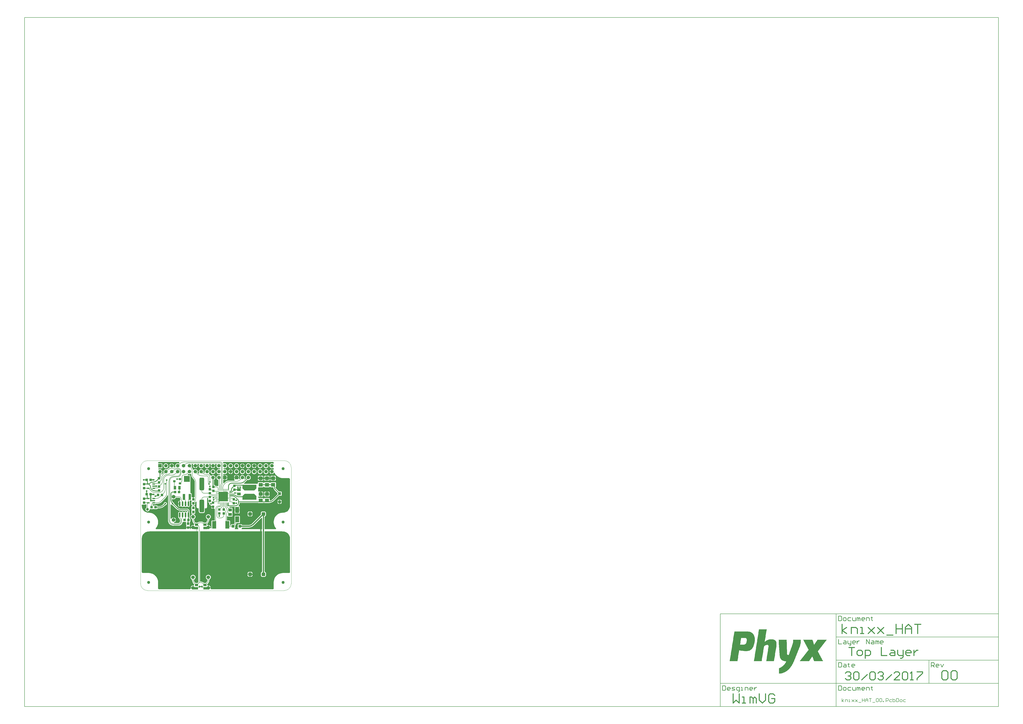
<source format=gtl>
G04 Layer_Physical_Order=1*
G04 Layer_Color=48896*
%FSLAX25Y25*%
%MOIN*%
G70*
G01*
G75*
%ADD10C,0.01968*%
%ADD11C,0.00787*%
%ADD12C,0.04134*%
%ADD13C,0.01181*%
%ADD14R,0.05512X0.04134*%
%ADD15R,0.09842X0.09842*%
%ADD16R,0.03937X0.09842*%
%ADD17R,0.03937X0.05905*%
%ADD18R,0.06693X0.10236*%
%ADD19O,0.02362X0.08661*%
%ADD20R,0.04331X0.03937*%
%ADD21R,0.03937X0.04331*%
%ADD22R,0.04528X0.02362*%
%ADD23R,0.07087X0.06299*%
%ADD24R,0.05905X0.05118*%
%ADD25R,0.23622X0.04724*%
%ADD26R,0.07087X0.12598*%
%ADD27R,0.04921X0.04803*%
%ADD28O,0.00984X0.03347*%
%ADD29O,0.00984X0.03543*%
%ADD30O,0.03347X0.00984*%
%ADD31O,0.03543X0.00984*%
%ADD32R,0.16142X0.16142*%
G04:AMPARAMS|DCode=33|XSize=216.54mil|YSize=78.74mil|CornerRadius=19.68mil|HoleSize=0mil|Usage=FLASHONLY|Rotation=270.000|XOffset=0mil|YOffset=0mil|HoleType=Round|Shape=RoundedRectangle|*
%AMROUNDEDRECTD33*
21,1,0.21654,0.03937,0,0,270.0*
21,1,0.17716,0.07874,0,0,270.0*
1,1,0.03937,-0.01968,-0.08858*
1,1,0.03937,-0.01968,0.08858*
1,1,0.03937,0.01968,0.08858*
1,1,0.03937,0.01968,-0.08858*
%
%ADD33ROUNDEDRECTD33*%
%ADD34R,0.03937X0.03347*%
%ADD35R,0.03937X0.03347*%
%ADD36C,0.01575*%
%ADD37C,0.00394*%
%ADD38C,0.00984*%
%ADD39C,0.06000*%
%ADD40C,0.05118*%
G04:AMPARAMS|DCode=41|XSize=62.99mil|YSize=62.99mil|CornerRadius=15.75mil|HoleSize=0mil|Usage=FLASHONLY|Rotation=0.000|XOffset=0mil|YOffset=0mil|HoleType=Round|Shape=RoundedRectangle|*
%AMROUNDEDRECTD41*
21,1,0.06299,0.03150,0,0,0.0*
21,1,0.03150,0.06299,0,0,0.0*
1,1,0.03150,0.01575,-0.01575*
1,1,0.03150,-0.01575,-0.01575*
1,1,0.03150,-0.01575,0.01575*
1,1,0.03150,0.01575,0.01575*
%
%ADD41ROUNDEDRECTD41*%
%ADD42C,0.06299*%
%ADD43C,0.05905*%
%ADD44R,0.05905X0.05905*%
%ADD45C,0.04724*%
G04:AMPARAMS|DCode=46|XSize=49.21mil|YSize=49.21mil|CornerRadius=12.3mil|HoleSize=0mil|Usage=FLASHONLY|Rotation=270.000|XOffset=0mil|YOffset=0mil|HoleType=Round|Shape=RoundedRectangle|*
%AMROUNDEDRECTD46*
21,1,0.04921,0.02461,0,0,270.0*
21,1,0.02461,0.04921,0,0,270.0*
1,1,0.02461,-0.01230,-0.01230*
1,1,0.02461,-0.01230,0.01230*
1,1,0.02461,0.01230,0.01230*
1,1,0.02461,0.01230,-0.01230*
%
%ADD46ROUNDEDRECTD46*%
%ADD47R,0.04921X0.04921*%
%ADD48C,0.02756*%
G36*
X31496Y115902D02*
X65761D01*
X66197Y114721D01*
X65303Y113958D01*
X65303Y113958D01*
X64512Y113160D01*
X64033Y113358D01*
X62954Y113500D01*
X61874Y113358D01*
X60869Y112942D01*
X60005Y112279D01*
X59343Y111416D01*
X58926Y110410D01*
X58784Y109331D01*
X58926Y108252D01*
X59070Y107905D01*
X58417Y106874D01*
X57242Y106884D01*
X56641Y107905D01*
X56805Y108299D01*
X56875Y108831D01*
X49033D01*
X49103Y108299D01*
X49468Y107417D01*
X49490Y107276D01*
X49437Y106971D01*
X49007Y106041D01*
X47612Y105463D01*
X46059Y104511D01*
X44673Y103328D01*
X43532Y103424D01*
X42954Y103500D01*
X41874Y103358D01*
X40869Y102942D01*
X40005Y102279D01*
X39343Y101416D01*
X38926Y100410D01*
X38784Y99331D01*
X38926Y98252D01*
X39125Y97773D01*
X37227Y95875D01*
X37223Y95878D01*
X36381Y94892D01*
X35127Y95213D01*
X35095Y95392D01*
X35127Y95788D01*
X35902Y96382D01*
X36564Y97246D01*
X36981Y98252D01*
X37123Y99331D01*
X36981Y100410D01*
X36564Y101416D01*
X35902Y102279D01*
X35038Y102942D01*
X34033Y103358D01*
X32954Y103500D01*
X31874Y103358D01*
X31183Y103072D01*
X30246Y103619D01*
X30088Y103792D01*
X30063Y104211D01*
X30977Y105174D01*
X35906D01*
X36367Y105265D01*
X36758Y105526D01*
X37019Y105917D01*
X37110Y106378D01*
Y112284D01*
X37019Y112744D01*
X36758Y113135D01*
X36367Y113396D01*
X35906Y113488D01*
X30564D01*
X29842Y114571D01*
X29832Y114634D01*
X29874Y114845D01*
X30255Y115415D01*
X30824Y115795D01*
X31430Y115916D01*
X31496Y115902D01*
D02*
G37*
G36*
X225081Y115795D02*
X225651Y115415D01*
X226031Y114845D01*
X226152Y114239D01*
X226139Y114173D01*
Y113586D01*
X225038Y112942D01*
X224033Y113358D01*
X222954Y113500D01*
X221874Y113358D01*
X220869Y112942D01*
X220005Y112279D01*
X219343Y111416D01*
X218926Y110410D01*
X218784Y109331D01*
X218926Y108252D01*
X219343Y107246D01*
X220005Y106382D01*
X220869Y105720D01*
X221874Y105303D01*
X222954Y105161D01*
X224033Y105303D01*
X225038Y105720D01*
X225699Y105333D01*
X226132Y104331D01*
X226020Y103196D01*
X225077Y102684D01*
X224947Y102783D01*
X223986Y103182D01*
X223454Y103252D01*
Y99331D01*
Y95410D01*
X223986Y95480D01*
X224947Y95878D01*
X225773Y96512D01*
X226406Y97337D01*
X226446Y97433D01*
X227724D01*
X227875Y97070D01*
X229186Y94930D01*
X230816Y93021D01*
X232725Y91391D01*
X234865Y90080D01*
X237183Y89119D01*
X239624Y88533D01*
X242126Y88336D01*
Y88343D01*
X242126Y88343D01*
X251969D01*
X252034Y88357D01*
X252640Y88236D01*
X253210Y87855D01*
X253590Y87286D01*
X253711Y86680D01*
X253698Y86614D01*
Y42520D01*
X253698Y41339D01*
X253698D01*
X253635Y40183D01*
X253583Y39524D01*
X253158Y37754D01*
X252462Y36072D01*
X251511Y34520D01*
X250328Y33136D01*
X248944Y31954D01*
X247392Y31003D01*
X245711Y30306D01*
X243941Y29882D01*
X243284Y29830D01*
X242126Y29774D01*
Y29774D01*
X239624Y29577D01*
X237183Y28991D01*
X234865Y28030D01*
X232725Y26719D01*
X230816Y25089D01*
X229186Y23181D01*
X227875Y21041D01*
X226915Y18722D01*
X226329Y16282D01*
X226132Y13780D01*
X226329Y11277D01*
X226915Y8837D01*
X227875Y6518D01*
X229186Y4378D01*
X230236Y3150D01*
X229691Y1969D01*
X210869D01*
Y23288D01*
X210956Y23299D01*
X211626Y23577D01*
X212202Y24019D01*
X212644Y24594D01*
X212921Y25265D01*
X213016Y25984D01*
Y29134D01*
X212921Y29853D01*
X212644Y30524D01*
X212202Y31099D01*
X211626Y31541D01*
X210956Y31819D01*
X210236Y31914D01*
X207087D01*
X206367Y31819D01*
X205697Y31541D01*
X205121Y31099D01*
X204679Y30524D01*
X204402Y29853D01*
X204307Y29134D01*
Y26327D01*
X189163Y11183D01*
X189106Y11097D01*
X187999Y10189D01*
X186647Y9466D01*
X185179Y9021D01*
X183754Y8880D01*
X183653Y8901D01*
X172464D01*
Y9094D01*
X172372Y9555D01*
X172111Y9946D01*
X171721Y10207D01*
X171260Y10299D01*
X166339D01*
X165878Y10207D01*
X165487Y9946D01*
X165226Y9555D01*
X165134Y9094D01*
Y4291D01*
X165226Y3830D01*
X165487Y3440D01*
X165878Y3179D01*
X166024Y3150D01*
X165908Y1969D01*
X160076D01*
X159960Y3150D01*
X160107Y3179D01*
X160497Y3440D01*
X160758Y3830D01*
X160850Y4291D01*
Y8087D01*
X161756Y9190D01*
X162454Y10496D01*
X162883Y11913D01*
X162891Y11985D01*
X167520D01*
X167981Y12076D01*
X168371Y12337D01*
X168632Y12728D01*
X168724Y13189D01*
Y23425D01*
X168632Y23886D01*
X168371Y24277D01*
X167981Y24538D01*
X167520Y24629D01*
X160827D01*
X160366Y24538D01*
X159975Y24277D01*
X159714Y23886D01*
X159623Y23425D01*
Y13189D01*
X159714Y12728D01*
X159738Y12692D01*
X159681Y12259D01*
X159247Y11209D01*
X158542Y10321D01*
X157370Y10299D01*
X154724D01*
X154264Y10207D01*
X153873Y9946D01*
X153612Y9555D01*
X153520Y9094D01*
Y8299D01*
X151992D01*
Y15354D01*
X151900Y15815D01*
X151639Y16206D01*
X151248Y16467D01*
X150787Y16559D01*
X146881D01*
Y23493D01*
X148062Y23710D01*
X148164Y23558D01*
X148555Y23297D01*
X149016Y23205D01*
X154921D01*
X155382Y23297D01*
X155773Y23558D01*
X156034Y23949D01*
X156125Y24409D01*
Y29528D01*
X156034Y29988D01*
X155773Y30379D01*
Y31038D01*
X156034Y31429D01*
X156125Y31890D01*
Y37008D01*
X156034Y37469D01*
X155773Y37859D01*
X155382Y38120D01*
X154921Y38212D01*
X150955D01*
X150713Y38548D01*
X151316Y39729D01*
X159674D01*
X159807Y39567D01*
Y34949D01*
X164173D01*
X168539D01*
Y39567D01*
X168462Y39957D01*
X168241Y40288D01*
X167910Y40509D01*
X167520Y40587D01*
X166740D01*
X166647Y40846D01*
X166638Y42023D01*
X167461Y43095D01*
X167978Y44344D01*
X168155Y45683D01*
X169030Y46422D01*
X199522D01*
X199542Y46393D01*
X199933Y46132D01*
X200394Y46040D01*
X207480D01*
X207941Y46132D01*
X208332Y46393D01*
X208351Y46422D01*
X210152D01*
X210172Y46393D01*
X210563Y46132D01*
X211024Y46040D01*
X218110D01*
X218571Y46132D01*
X218962Y46393D01*
X219018Y46477D01*
X220146Y46566D01*
X221948Y46998D01*
X223659Y47707D01*
X225239Y48675D01*
X226648Y49879D01*
X226647Y49880D01*
X235110Y58343D01*
X238681D01*
X239142Y58435D01*
X239533Y58696D01*
X239794Y59086D01*
X239885Y59547D01*
Y64468D01*
X239794Y64929D01*
X239533Y65320D01*
X239142Y65581D01*
X238681Y65673D01*
X235110D01*
X230031Y70752D01*
X229421Y71680D01*
X229396Y71739D01*
X229201Y72903D01*
X229592Y73164D01*
X229853Y73555D01*
X229944Y74016D01*
Y80315D01*
X229853Y80776D01*
X229592Y81166D01*
X229201Y81428D01*
X228740Y81519D01*
X221654D01*
X221193Y81428D01*
X220802Y81166D01*
X220541Y80776D01*
X220449Y80315D01*
X219315D01*
X219223Y80776D01*
X218962Y81166D01*
X218571Y81428D01*
X218110Y81519D01*
X211024D01*
X210563Y81428D01*
X210172Y81166D01*
X209911Y80776D01*
X209819Y80315D01*
X208684D01*
X208593Y80776D01*
X208332Y81166D01*
X207941Y81428D01*
X207480Y81519D01*
X200394D01*
X199933Y81428D01*
X199542Y81166D01*
X199281Y80776D01*
X199189Y80315D01*
Y78740D01*
X176070D01*
X175737Y79921D01*
X176145Y80172D01*
X177554Y81375D01*
X177553Y81376D01*
X181595Y85419D01*
X181874Y85303D01*
X182953Y85161D01*
X184032Y85303D01*
X185038Y85720D01*
X185901Y86382D01*
X186564Y87246D01*
X186980Y88252D01*
X187122Y89331D01*
X186980Y90410D01*
X186564Y91416D01*
X185901Y92279D01*
X185038Y92942D01*
X184032Y93358D01*
X182953Y93500D01*
X181874Y93358D01*
X180868Y92942D01*
X180004Y92279D01*
X179342Y91416D01*
X178925Y90410D01*
X178783Y89331D01*
X178925Y88252D01*
X179041Y87973D01*
X177192Y86124D01*
X176302Y86905D01*
X176564Y87246D01*
X176980Y88252D01*
X177122Y89331D01*
X176980Y90410D01*
X176564Y91416D01*
X175901Y92279D01*
X175038Y92942D01*
X174032Y93358D01*
X172953Y93500D01*
X171874Y93358D01*
X170868Y92942D01*
X170004Y92279D01*
X169342Y91416D01*
X168925Y90410D01*
X168783Y89331D01*
X168925Y88252D01*
X169124Y87773D01*
X168106Y86755D01*
X167907Y86758D01*
X166925Y87284D01*
Y88831D01*
X158980D01*
Y86378D01*
X159058Y85988D01*
X159279Y85657D01*
X159568Y85464D01*
X159587Y85375D01*
X159359Y84283D01*
X150796D01*
Y84288D01*
X148979Y84145D01*
X147208Y83719D01*
X145525Y83022D01*
X143971Y82070D01*
X142586Y80887D01*
X142586Y80887D01*
X141754Y80048D01*
X141547Y79841D01*
X140366Y80104D01*
Y85358D01*
X142453D01*
Y89331D01*
Y93303D01*
X140366D01*
Y94680D01*
X141547Y95439D01*
X141874Y95303D01*
X142954Y95161D01*
X144033Y95303D01*
X145038Y95720D01*
X145902Y96382D01*
X146564Y97246D01*
X146981Y98252D01*
X147123Y99331D01*
X146981Y100410D01*
X146564Y101416D01*
X145902Y102279D01*
X145038Y102942D01*
X144033Y103358D01*
X142954Y103500D01*
X141922Y103365D01*
X141788Y103420D01*
X140864Y104083D01*
Y104578D01*
X141788Y105241D01*
X141922Y105297D01*
X142954Y105161D01*
X144033Y105303D01*
X145038Y105720D01*
X145902Y106382D01*
X146564Y107246D01*
X146981Y108252D01*
X147123Y109331D01*
X146981Y110410D01*
X146564Y111416D01*
X145902Y112279D01*
X145038Y112942D01*
X144033Y113358D01*
X142954Y113500D01*
X141874Y113358D01*
X141541Y113220D01*
X140522Y113745D01*
X140149Y114925D01*
X140779Y115902D01*
X224410D01*
X224475Y115916D01*
X225081Y115795D01*
D02*
G37*
G36*
X129343Y111416D02*
X128926Y110410D01*
X128784Y109331D01*
X128926Y108252D01*
X129343Y107246D01*
X130005Y106382D01*
X130869Y105720D01*
X131874Y105303D01*
X132954Y105161D01*
X134033Y105303D01*
X134128Y105343D01*
X135159Y104672D01*
X135159Y103989D01*
X134128Y103319D01*
X134033Y103358D01*
X132954Y103500D01*
X131874Y103358D01*
X130869Y102942D01*
X130005Y102279D01*
X129343Y101416D01*
X128926Y100410D01*
X128784Y99331D01*
X128926Y98252D01*
X129343Y97246D01*
X130005Y96382D01*
X130869Y95720D01*
X131874Y95303D01*
X132954Y95161D01*
X134033Y95303D01*
X134130Y95343D01*
X135160Y94673D01*
X135160Y93988D01*
X134129Y93318D01*
X134032Y93358D01*
X132953Y93500D01*
X131874Y93358D01*
X130868Y92942D01*
X130004Y92279D01*
X129342Y91416D01*
X128925Y90410D01*
X128783Y89331D01*
X128925Y88252D01*
X129342Y87246D01*
X130004Y86382D01*
X130868Y85720D01*
X131874Y85303D01*
X132056Y85279D01*
Y75306D01*
X130875Y74685D01*
X130442Y74864D01*
X130358Y74899D01*
X129330Y75034D01*
Y75031D01*
X126795D01*
Y75591D01*
X126703Y76052D01*
X126442Y76442D01*
X126051Y76703D01*
X125590Y76795D01*
X124759D01*
Y85605D01*
X125038Y85720D01*
X125901Y86382D01*
X126564Y87246D01*
X126980Y88252D01*
X127122Y89331D01*
X126980Y90410D01*
X126564Y91416D01*
X125901Y92279D01*
X125038Y92942D01*
X124032Y93358D01*
X122953Y93500D01*
X121874Y93358D01*
X120868Y92942D01*
X120235Y92456D01*
X119335Y92531D01*
X118850Y92714D01*
X118594Y93331D01*
X117711Y94482D01*
X116559Y95366D01*
X116422Y95423D01*
X116213Y96788D01*
X116565Y97246D01*
X116981Y98252D01*
X117123Y99331D01*
X116981Y100410D01*
X116565Y101416D01*
X115902Y102279D01*
X115038Y102942D01*
X114033Y103358D01*
X112954Y103500D01*
X111874Y103358D01*
X110869Y102942D01*
X110005Y102279D01*
X109343Y101416D01*
X108926Y100410D01*
X108784Y99331D01*
X108926Y98252D01*
X109106Y97818D01*
X108176Y96976D01*
X107307Y97440D01*
X106813Y97846D01*
X106981Y98252D01*
X107123Y99331D01*
X106981Y100410D01*
X106564Y101416D01*
X105902Y102279D01*
X105038Y102942D01*
X104033Y103358D01*
X102954Y103500D01*
X101874Y103358D01*
X100869Y102942D01*
X100005Y102279D01*
X99343Y101416D01*
X98926Y100410D01*
X98784Y99331D01*
X98926Y98252D01*
X99343Y97246D01*
X99614Y96892D01*
X99031Y95712D01*
X98925Y95713D01*
X98365Y96190D01*
X97530Y97026D01*
X96783Y97773D01*
X96981Y98252D01*
X97123Y99331D01*
X96981Y100410D01*
X96565Y101416D01*
X95902Y102279D01*
X95038Y102942D01*
X94033Y103358D01*
X92954Y103500D01*
X91874Y103358D01*
X90869Y102942D01*
X90381Y102567D01*
X89272Y102835D01*
X89064Y102992D01*
X88838Y103935D01*
X88140Y105618D01*
X87188Y107171D01*
X86747Y107688D01*
X86981Y108252D01*
X87123Y109331D01*
X86981Y110410D01*
X86564Y111416D01*
X87169Y112568D01*
X88966D01*
X89549Y111387D01*
X89501Y111324D01*
X89103Y110363D01*
X89033Y109831D01*
X96875D01*
X96805Y110363D01*
X96406Y111324D01*
X96359Y111387D01*
X96941Y112568D01*
X98738D01*
X99343Y111416D01*
X98926Y110410D01*
X98784Y109331D01*
X98926Y108252D01*
X99343Y107246D01*
X100005Y106382D01*
X100869Y105720D01*
X101874Y105303D01*
X102954Y105161D01*
X104033Y105303D01*
X105038Y105720D01*
X105902Y106382D01*
X106564Y107246D01*
X106981Y108252D01*
X107123Y109331D01*
X106981Y110410D01*
X106564Y111416D01*
X107169Y112568D01*
X108738D01*
X109343Y111416D01*
X108926Y110410D01*
X108784Y109331D01*
X108926Y108252D01*
X109343Y107246D01*
X110005Y106382D01*
X110869Y105720D01*
X111874Y105303D01*
X112954Y105161D01*
X114033Y105303D01*
X115038Y105720D01*
X115902Y106382D01*
X116565Y107246D01*
X116981Y108252D01*
X117123Y109331D01*
X116981Y110410D01*
X116565Y111416D01*
X117169Y112568D01*
X118966D01*
X119549Y111387D01*
X119501Y111324D01*
X119103Y110363D01*
X119033Y109831D01*
X126875D01*
X126805Y110363D01*
X126406Y111324D01*
X126358Y111387D01*
X126941Y112568D01*
X128738D01*
X129343Y111416D01*
D02*
G37*
G36*
X86000Y95138D02*
X86180Y94122D01*
X86180D01*
X86340Y92496D01*
X86815Y90933D01*
X87585Y89491D01*
X88622Y88228D01*
X88628Y88235D01*
X89636Y87227D01*
X89697Y87186D01*
X90698Y85966D01*
X91476Y84512D01*
X91955Y82933D01*
X92109Y81363D01*
X92095Y81291D01*
Y56837D01*
X91536Y55744D01*
X90067D01*
Y52559D01*
X89067D01*
Y55744D01*
X87599D01*
X86834Y56728D01*
Y61516D01*
X86743Y61977D01*
X86614Y62169D01*
Y62204D01*
X86464Y62565D01*
X86187Y62842D01*
X85826Y62992D01*
X85630D01*
X85438Y63011D01*
X85083Y63158D01*
X84812Y63429D01*
X84665Y63784D01*
X84646Y63976D01*
Y81532D01*
X84774Y81724D01*
X84866Y82185D01*
Y92028D01*
X84774Y92488D01*
X84513Y92879D01*
X84122Y93140D01*
X83661Y93232D01*
X80403D01*
X80070Y94413D01*
X80213Y94501D01*
X81388Y95505D01*
X81874Y95303D01*
X82954Y95161D01*
X84033Y95303D01*
X84970Y95692D01*
X86000Y95138D01*
D02*
G37*
G36*
X220541Y73555D02*
X220802Y73164D01*
X221193Y72903D01*
X221654Y72812D01*
X225560D01*
X225562Y72803D01*
X225685Y71556D01*
X226058Y70326D01*
X226664Y69192D01*
X227459Y68224D01*
X227477Y68197D01*
X232556Y63118D01*
Y60898D01*
X224093Y52435D01*
X224046Y52365D01*
X222864Y51395D01*
X221444Y50636D01*
X220496Y50348D01*
X219315Y51098D01*
Y53543D01*
X219223Y54004D01*
X218962Y54395D01*
X218571Y54656D01*
X218110Y54747D01*
X211024D01*
X210563Y54656D01*
X210172Y54395D01*
X209911Y54004D01*
X209819Y53543D01*
X208684D01*
X208593Y54004D01*
X208332Y54395D01*
X207941Y54656D01*
X207480Y54747D01*
X200394D01*
X199606Y55750D01*
Y56279D01*
X200394Y57248D01*
X203437D01*
Y61417D01*
Y65587D01*
X200394D01*
X199606Y66556D01*
Y71809D01*
X200394Y72812D01*
X207480D01*
X207941Y72903D01*
X208332Y73164D01*
X208593Y73555D01*
X208684Y74016D01*
X209819D01*
X209911Y73555D01*
X210172Y73164D01*
X210563Y72903D01*
X211024Y72812D01*
X218110D01*
X218571Y72903D01*
X218962Y73164D01*
X219223Y73555D01*
X219315Y74016D01*
X220449D01*
X220541Y73555D01*
D02*
G37*
G36*
X196653Y70866D02*
X193110Y67323D01*
X176575D01*
X173031Y70866D01*
Y77165D01*
X196653D01*
Y70866D01*
D02*
G37*
G36*
Y58268D02*
Y51968D01*
X173031D01*
Y58268D01*
X176575Y61811D01*
X193110D01*
X196653Y58268D01*
D02*
G37*
G36*
X46623Y58863D02*
Y16929D01*
X46609D01*
X46787Y15115D01*
X47317Y13371D01*
X48176Y11764D01*
X49332Y10355D01*
X50740Y9199D01*
X52348Y8340D01*
X54092Y7811D01*
X55905Y7632D01*
Y7646D01*
X64173D01*
Y7642D01*
X65601Y7783D01*
X66974Y8199D01*
X68239Y8875D01*
X69348Y9786D01*
X70258Y10895D01*
X70935Y12160D01*
X71278Y13290D01*
X71533Y13635D01*
X72441Y14150D01*
X76517D01*
X77099Y13714D01*
X77536Y13132D01*
Y9055D01*
X77627Y8595D01*
X77888Y8204D01*
X77798Y7083D01*
X77720Y6693D01*
Y5028D01*
X83696D01*
Y6693D01*
X83619Y7083D01*
X83528Y8204D01*
X83789Y8595D01*
X83881Y9055D01*
Y13386D01*
X83925Y14241D01*
X84316Y14502D01*
X84577Y14893D01*
X84668Y15354D01*
Y19291D01*
X84577Y19752D01*
X84316Y20143D01*
X83925Y20404D01*
X83804Y20428D01*
X83406Y21378D01*
X83386Y21676D01*
X83544Y21913D01*
X83727Y22835D01*
Y29134D01*
X83544Y30055D01*
X83125Y30682D01*
Y32461D01*
X83124Y32469D01*
X82989Y33494D01*
X82590Y34456D01*
X81956Y35283D01*
X81129Y35917D01*
X80167Y36316D01*
X79142Y36450D01*
X79134Y36452D01*
X69103D01*
X69021Y36436D01*
X67500Y36586D01*
X65958Y37053D01*
X64537Y37813D01*
X63355Y38783D01*
X63309Y38852D01*
X57082Y45079D01*
X57085Y45103D01*
X56997Y45771D01*
X56739Y46393D01*
X56329Y46928D01*
X55794Y47338D01*
X55172Y47596D01*
X54716Y47656D01*
X53982Y49029D01*
X53515Y50570D01*
X53365Y52092D01*
X53369Y52113D01*
X53425Y52198D01*
X54562Y52840D01*
X54972Y52671D01*
X56102Y52522D01*
X57233Y52671D01*
X58286Y53107D01*
X59191Y53801D01*
X59885Y54706D01*
X60125Y55284D01*
X65945D01*
X65962Y55288D01*
X66463Y55188D01*
X66902Y54894D01*
X67196Y54455D01*
X67280Y54032D01*
X67274Y52851D01*
X67274D01*
X67467Y51388D01*
X67575Y51128D01*
X66819Y50321D01*
Y44882D01*
Y39608D01*
X67170Y39678D01*
X67891Y40160D01*
X68054Y40403D01*
X68077Y40412D01*
X69385Y40374D01*
X69616Y40029D01*
X70397Y39507D01*
X71319Y39324D01*
X72241Y39507D01*
X73022Y40029D01*
X73110Y40161D01*
X74528D01*
X74616Y40029D01*
X75397Y39507D01*
X76319Y39324D01*
X77241Y39507D01*
X78022Y40029D01*
X78110Y40161D01*
X79527D01*
X79616Y40029D01*
X80397Y39507D01*
X81319Y39324D01*
X82241Y39507D01*
X83022Y40029D01*
X83544Y40811D01*
X83727Y41732D01*
Y48031D01*
X83544Y48953D01*
X83320Y49288D01*
X83887Y50469D01*
X85630D01*
X86657Y50003D01*
X86747Y48883D01*
X86486Y48492D01*
X86395Y48031D01*
Y43701D01*
X86486Y43240D01*
X86747Y42849D01*
X87138Y42588D01*
X87599Y42496D01*
X87962D01*
Y41165D01*
X87598D01*
X87137Y41074D01*
X86747Y40813D01*
X86485Y40422D01*
X86394Y39961D01*
Y35630D01*
X86485Y35169D01*
X86747Y34779D01*
Y34119D01*
X86485Y33729D01*
X86394Y33268D01*
Y28937D01*
X86485Y28477D01*
X86747Y28086D01*
X87137Y27825D01*
X87560Y27741D01*
Y26640D01*
X87057Y26432D01*
X86183Y25762D01*
X85513Y24888D01*
X85092Y23871D01*
X84948Y22780D01*
X85092Y21688D01*
X85513Y20671D01*
X86183Y19797D01*
X87057Y19127D01*
X87059Y19126D01*
X87555Y18914D01*
X87698Y17097D01*
X88123Y15326D01*
X88820Y13643D01*
X89772Y12089D01*
X90955Y10704D01*
X91119Y9590D01*
Y9412D01*
X89938Y8712D01*
X89665Y8748D01*
Y4780D01*
X89165D01*
Y4279D01*
X85197D01*
X85268Y3735D01*
X85511Y3150D01*
X84922Y1969D01*
X84822D01*
X83696Y2362D01*
Y4028D01*
X77720D01*
Y2362D01*
X76594Y1969D01*
X26214D01*
X25670Y3150D01*
X26719Y4378D01*
X28030Y6518D01*
X28991Y8837D01*
X29577Y11277D01*
X29774Y13780D01*
X29577Y16282D01*
X28991Y18722D01*
X28030Y21041D01*
X26719Y23181D01*
X25089Y25089D01*
X23181Y26719D01*
X21041Y28030D01*
X18722Y28991D01*
X16282Y29577D01*
X13780Y29774D01*
Y29774D01*
X12622Y29830D01*
X11965Y29882D01*
X10195Y30306D01*
X8513Y31003D01*
X6961Y31954D01*
X5577Y33136D01*
X4395Y34520D01*
X3444Y36072D01*
X2747Y37754D01*
X2322Y39524D01*
X2270Y40183D01*
X2208Y41339D01*
X2208Y41339D01*
X2208Y42520D01*
Y43108D01*
X2377Y43247D01*
X3389Y43631D01*
X3477Y43572D01*
X3937Y43481D01*
X7874D01*
X8335Y43572D01*
X8726Y43833D01*
X8838Y44001D01*
X9024Y44070D01*
X9900Y43586D01*
X10205Y43091D01*
Y38603D01*
X10024Y38528D01*
X9284Y37960D01*
X8716Y37220D01*
X8359Y36358D01*
X8237Y35433D01*
X8359Y34508D01*
X8716Y33646D01*
X9284Y32906D01*
X10024Y32338D01*
X10886Y31981D01*
X11811Y31859D01*
X12736Y31981D01*
X13598Y32338D01*
X14338Y32906D01*
X14906Y33646D01*
X15263Y34508D01*
X15325Y34975D01*
X15497Y35187D01*
X16244Y35713D01*
X16527Y35805D01*
X16535Y35803D01*
X20866D01*
X21327Y35895D01*
X21717Y36156D01*
X22377D01*
X22767Y35895D01*
X23228Y35803D01*
X27559D01*
X28020Y35895D01*
X28410Y36156D01*
X28671Y36547D01*
X28763Y37008D01*
Y37170D01*
X31857D01*
Y37168D01*
X33705Y37313D01*
X35506Y37746D01*
X37218Y38455D01*
X38798Y39423D01*
X40207Y40626D01*
X40206Y40628D01*
X42103Y42524D01*
X42126Y42521D01*
X42794Y42609D01*
X43417Y42867D01*
X43951Y43277D01*
X44361Y43812D01*
X44619Y44434D01*
X44707Y45102D01*
X44619Y45770D01*
X44361Y46393D01*
X43951Y46927D01*
X43417Y47338D01*
X42794Y47596D01*
X42126Y47684D01*
X41458Y47596D01*
X40835Y47338D01*
X40301Y46927D01*
X39891Y46393D01*
X39633Y45770D01*
X39545Y45102D01*
X39548Y45079D01*
X37651Y43182D01*
X37605Y43113D01*
X36423Y42143D01*
X35002Y41384D01*
X33461Y40916D01*
X31939Y40766D01*
X31857Y40782D01*
X28763D01*
Y40945D01*
X28671Y41405D01*
X28410Y41796D01*
X28020Y42057D01*
X27559Y42149D01*
X23228D01*
X22767Y42057D01*
X22377Y41796D01*
X21717D01*
X21327Y42057D01*
X20891Y42144D01*
X20496Y43180D01*
X21222Y44071D01*
X24606D01*
X25067Y44163D01*
X25458Y44424D01*
X25719Y44815D01*
X25726Y44851D01*
X28141D01*
Y44846D01*
X29958Y44989D01*
X31729Y45414D01*
X33412Y46112D01*
X34966Y47063D01*
X36351Y48247D01*
X36348Y48250D01*
X41859Y53762D01*
X42698Y54593D01*
X42698Y54594D01*
X43881Y55979D01*
X44833Y57532D01*
X45530Y59216D01*
X46623Y58863D01*
D02*
G37*
G36*
X52679Y43277D02*
X53213Y42867D01*
X53836Y42609D01*
X54504Y42521D01*
X54527Y42524D01*
X60754Y36297D01*
X60753Y36296D01*
X62162Y35093D01*
X63742Y34125D01*
X65454Y33416D01*
X67256Y32983D01*
X69103Y32838D01*
Y32839D01*
X78442D01*
X79233Y32560D01*
X79479Y31864D01*
X79430Y31443D01*
X79134Y31152D01*
X78022Y30837D01*
X77241Y31359D01*
X76319Y31542D01*
X75397Y31359D01*
X74616Y30837D01*
X74528Y30705D01*
X73110D01*
X73022Y30837D01*
X72241Y31359D01*
X71319Y31542D01*
X70397Y31359D01*
X69616Y30837D01*
X69528Y30705D01*
X68110D01*
X68022Y30837D01*
X67241Y31359D01*
X66319Y31542D01*
X65397Y31359D01*
X64616Y30837D01*
X64094Y30055D01*
X63910Y29134D01*
Y22835D01*
X64094Y21913D01*
X64616Y21132D01*
X65110Y20801D01*
X65377Y20157D01*
X66179Y19112D01*
X66179Y19112D01*
X66773Y18177D01*
X66912Y17475D01*
X66898Y17404D01*
Y14961D01*
X66901Y14948D01*
X66809Y14254D01*
X66537Y13596D01*
X66103Y13031D01*
X65538Y12597D01*
X64880Y12324D01*
X64186Y12233D01*
X64173Y12236D01*
X56806D01*
X56728Y13417D01*
X57186Y13477D01*
X58195Y13895D01*
X59062Y14560D01*
X59727Y15427D01*
X60145Y16436D01*
X60222Y17020D01*
X56102D01*
Y17520D01*
X55602D01*
Y21639D01*
X55019Y21563D01*
X54010Y21144D01*
X53143Y20479D01*
X52478Y19612D01*
X52393Y19408D01*
X51212Y19643D01*
Y43325D01*
X51794Y43593D01*
X52393Y43650D01*
X52679Y43277D01*
D02*
G37*
G36*
X114543Y54331D02*
X114635Y53870D01*
X114896Y53479D01*
X114806Y52359D01*
X114728Y51969D01*
Y50303D01*
X117716D01*
Y49303D01*
X114728D01*
Y47638D01*
X114806Y47248D01*
X115027Y46917D01*
X115357Y46696D01*
X115748Y46619D01*
X115962D01*
X116753Y45608D01*
X116783Y45437D01*
X116710Y44882D01*
X116798Y44214D01*
X117056Y43591D01*
X117466Y43057D01*
X118001Y42647D01*
X118623Y42389D01*
X119087Y42328D01*
X119301Y42290D01*
X120240Y41291D01*
Y40461D01*
X123228D01*
Y39961D01*
X123728D01*
Y36776D01*
X124846D01*
X125677Y36147D01*
X125953Y35786D01*
Y16559D01*
X121653D01*
X121193Y16467D01*
X120802Y16206D01*
X120541Y15815D01*
X120449Y15354D01*
Y3884D01*
X119576Y3185D01*
X119062Y3735D01*
X119134Y4279D01*
X115165D01*
Y4780D01*
X114665D01*
Y8748D01*
X114393Y8712D01*
X113212Y9412D01*
Y9590D01*
X113375Y10704D01*
X114558Y12089D01*
X115510Y13643D01*
X116208Y15326D01*
X116633Y17097D01*
X116776Y18914D01*
X117271Y19126D01*
X117274Y19127D01*
X118147Y19797D01*
X118818Y20671D01*
X119239Y21688D01*
X119383Y22780D01*
X119239Y23871D01*
X118818Y24888D01*
X118147Y25762D01*
X117274Y26432D01*
X116257Y26853D01*
X115165Y26997D01*
X114074Y26853D01*
X113057Y26432D01*
X112183Y25762D01*
X111513Y24888D01*
X111092Y23871D01*
X110948Y22780D01*
X111092Y21688D01*
X111513Y20671D01*
X112183Y19797D01*
X113057Y19127D01*
X113560Y18919D01*
Y18914D01*
X113574Y18842D01*
X113419Y17272D01*
X112941Y15693D01*
X112163Y14238D01*
X111162Y13019D01*
X111101Y12978D01*
X110941Y12818D01*
X108032D01*
X107884Y12940D01*
X106166Y13858D01*
X104301Y14424D01*
X103119Y14540D01*
X102362Y14615D01*
X101969D01*
D01*
X101212Y14540D01*
X100029Y14424D01*
X98165Y13858D01*
X96447Y12940D01*
X96299Y12818D01*
X93389D01*
X93230Y12978D01*
X93169Y13019D01*
X92168Y14238D01*
X91390Y15693D01*
X90911Y17272D01*
X90757Y18842D01*
X90771Y18914D01*
Y18919D01*
X91274Y19127D01*
X92147Y19797D01*
X92818Y20671D01*
X93239Y21688D01*
X93383Y22780D01*
X93239Y23871D01*
X92818Y24888D01*
X92147Y25762D01*
X91274Y26432D01*
X90771Y26640D01*
Y27733D01*
X91535D01*
X91996Y27825D01*
X92387Y28086D01*
X92648Y28477D01*
X92739Y28937D01*
Y33268D01*
X92648Y33729D01*
X92387Y34120D01*
Y34779D01*
X92648Y35169D01*
X92739Y35630D01*
Y39961D01*
X92648Y40422D01*
X92387Y40813D01*
X91996Y41074D01*
X91535Y41165D01*
X91173D01*
Y42496D01*
X91536D01*
X91997Y42588D01*
X92387Y42849D01*
X92648Y43240D01*
X92740Y43701D01*
Y46902D01*
X93094Y47317D01*
X93854Y48558D01*
X95035Y48225D01*
Y39590D01*
X95135Y39087D01*
X95332Y38614D01*
X95616Y38188D01*
X95979Y37825D01*
X96405Y37540D01*
X96879Y37344D01*
X97382Y37244D01*
X98890D01*
Y32185D01*
X98998Y31363D01*
X99316Y30597D01*
X99821Y29939D01*
X100478Y29434D01*
X101245Y29116D01*
X102067Y29008D01*
X106004D01*
X106826Y29116D01*
X107592Y29434D01*
X108250Y29939D01*
X108755Y30597D01*
X109072Y31363D01*
X109181Y32185D01*
Y37244D01*
X111017D01*
X111943Y37628D01*
X112652Y38337D01*
X113035Y39263D01*
Y39764D01*
Y54891D01*
X114543D01*
Y54331D01*
D02*
G37*
G36*
X206454Y20686D02*
Y1969D01*
X171690D01*
X171574Y3150D01*
X171721Y3179D01*
X172111Y3440D01*
X172372Y3830D01*
X172464Y4291D01*
Y4485D01*
X183653D01*
X183693Y4493D01*
X185562Y4640D01*
X187424Y5087D01*
X189193Y5820D01*
X190826Y6820D01*
X192251Y8038D01*
X192285Y8061D01*
X205362Y21138D01*
X206454Y20686D01*
D02*
G37*
G36*
X239624Y-2018D02*
X242126Y-2215D01*
Y-2215D01*
X243284Y-2271D01*
X243941Y-2322D01*
X245711Y-2747D01*
X247392Y-3444D01*
X248944Y-4395D01*
X250328Y-5577D01*
X251511Y-6961D01*
X252462Y-8513D01*
X253158Y-10195D01*
X253583Y-11965D01*
X253635Y-12624D01*
X253698Y-13780D01*
X253698Y-13780D01*
X253698Y-14961D01*
Y-70998D01*
X253590Y-71538D01*
X253210Y-72107D01*
X252640Y-72488D01*
X252034Y-72609D01*
X251969Y-72595D01*
X242126D01*
X242126Y-72595D01*
Y-72588D01*
X239624Y-72785D01*
X237183Y-73371D01*
X234865Y-74332D01*
X232725Y-75643D01*
X230816Y-77273D01*
X229186Y-79181D01*
X227875Y-81322D01*
X226915Y-83640D01*
X226329Y-86081D01*
X226132Y-88583D01*
X226139D01*
X226139Y-88583D01*
Y-98425D01*
X226152Y-98491D01*
X226031Y-99097D01*
X225651Y-99666D01*
X225081Y-100047D01*
X224541Y-100154D01*
X119790D01*
X119000Y-98973D01*
X119062Y-98824D01*
X119134Y-98280D01*
X115165D01*
Y-97780D01*
X114665D01*
Y-93811D01*
X114393Y-93847D01*
X113212Y-93147D01*
Y-92323D01*
X113690Y-91339D01*
X114762Y-90083D01*
X115625Y-88675D01*
X116257Y-87149D01*
X116643Y-85543D01*
X116773Y-83896D01*
X117644Y-83148D01*
X118147Y-82762D01*
X118817Y-81888D01*
X119239Y-80871D01*
X119383Y-79779D01*
X119239Y-78688D01*
X118817Y-77671D01*
X118147Y-76797D01*
X117274Y-76127D01*
X116257Y-75706D01*
X115165Y-75562D01*
X114074Y-75706D01*
X113057Y-76127D01*
X112183Y-76797D01*
X111513Y-77671D01*
X111092Y-78688D01*
X110948Y-79779D01*
X111092Y-80871D01*
X111513Y-81888D01*
X112183Y-82762D01*
X113057Y-83432D01*
X113560Y-83640D01*
Y-83896D01*
X113570Y-83951D01*
X113435Y-85326D01*
X113018Y-86701D01*
X112341Y-87968D01*
X111464Y-89037D01*
X111418Y-89067D01*
X110941Y-89544D01*
X107563D01*
X107041Y-89022D01*
X107039Y-89021D01*
X107038Y-89019D01*
X107017Y-89005D01*
X106134Y-88281D01*
X105102Y-87729D01*
X103982Y-87389D01*
X102837Y-87276D01*
X102816Y-87272D01*
X101212D01*
Y-1969D01*
X206454D01*
Y-70532D01*
X206367Y-70543D01*
X205697Y-70821D01*
X205121Y-71263D01*
X204679Y-71838D01*
X204402Y-72509D01*
X204307Y-73228D01*
Y-76378D01*
X204402Y-77097D01*
X204679Y-77768D01*
X205121Y-78343D01*
X205697Y-78785D01*
X206367Y-79063D01*
X207087Y-79158D01*
X210236D01*
X210956Y-79063D01*
X211626Y-78785D01*
X212202Y-78343D01*
X212644Y-77768D01*
X212921Y-77097D01*
X213016Y-76378D01*
Y-73228D01*
X212921Y-72509D01*
X212644Y-71838D01*
X212202Y-71263D01*
X211626Y-70821D01*
X210956Y-70543D01*
X210869Y-70532D01*
Y-1969D01*
X239419D01*
X239624Y-2018D01*
D02*
G37*
G36*
X98001Y-88213D02*
X96670Y-89544D01*
X93389D01*
X92474Y-88628D01*
X92473Y-88628D01*
X92472Y-88626D01*
X92447Y-88610D01*
X91743Y-87752D01*
X91205Y-86746D01*
X90874Y-85653D01*
X90765Y-84547D01*
X90771Y-84517D01*
Y-83640D01*
X91274Y-83432D01*
X92147Y-82762D01*
X92817Y-81888D01*
X93239Y-80871D01*
X93383Y-79779D01*
X93239Y-78688D01*
X92817Y-77671D01*
X92147Y-76797D01*
X91274Y-76127D01*
X90257Y-75706D01*
X89165Y-75562D01*
X88074Y-75706D01*
X87057Y-76127D01*
X86183Y-76797D01*
X85513Y-77671D01*
X85092Y-78688D01*
X84948Y-79779D01*
X85092Y-80871D01*
X85513Y-81888D01*
X86183Y-82762D01*
X87057Y-83432D01*
X87186Y-83485D01*
X87547Y-84517D01*
X87547D01*
X87721Y-86280D01*
X88235Y-87976D01*
X89070Y-89539D01*
X90194Y-90908D01*
X90203Y-90899D01*
X91119Y-91815D01*
Y-93147D01*
X89938Y-93847D01*
X89665Y-93811D01*
Y-97780D01*
X89165D01*
Y-98280D01*
X85197D01*
X85268Y-98824D01*
X85330Y-98973D01*
X84541Y-100154D01*
X31496D01*
X31430Y-100168D01*
X30824Y-100047D01*
X30255Y-99666D01*
X29874Y-99097D01*
X29754Y-98491D01*
X29767Y-98425D01*
Y-88583D01*
X29767Y-88583D01*
X29774D01*
X29577Y-86081D01*
X28991Y-83640D01*
X28030Y-81322D01*
X26719Y-79181D01*
X25089Y-77273D01*
X23181Y-75643D01*
X21041Y-74332D01*
X18722Y-73371D01*
X16282Y-72785D01*
X13780Y-72588D01*
Y-72595D01*
X13780Y-72595D01*
X3937D01*
X3871Y-72609D01*
X3265Y-72488D01*
X2696Y-72107D01*
X2315Y-71538D01*
X2195Y-70932D01*
X2208Y-70866D01*
Y-14961D01*
X2208Y-13780D01*
X2208D01*
X2270Y-12624D01*
X2322Y-11965D01*
X2747Y-10195D01*
X3444Y-8513D01*
X4395Y-6961D01*
X5577Y-5577D01*
X6961Y-4395D01*
X8513Y-3444D01*
X10195Y-2747D01*
X11965Y-2322D01*
X12622Y-2271D01*
X13780Y-2215D01*
Y-2215D01*
X16282Y-2018D01*
X16487Y-1969D01*
X98001D01*
Y-88213D01*
D02*
G37*
G36*
X100432Y-94192D02*
X100920Y-94518D01*
X101354Y-94698D01*
X101930Y-94812D01*
X102049D01*
X102165Y-94836D01*
X102282Y-94812D01*
X102400D01*
X102976Y-94698D01*
X103410Y-94518D01*
X103899Y-94192D01*
X104111Y-93980D01*
X104610Y-94052D01*
X105292Y-94398D01*
Y-94882D01*
X105384Y-95343D01*
X105645Y-95733D01*
X105675Y-95886D01*
X105554Y-96066D01*
X105476Y-96457D01*
Y-97217D01*
X104295Y-97575D01*
X104231Y-97479D01*
X103899Y-97147D01*
X103410Y-96821D01*
X102976Y-96641D01*
X102400Y-96526D01*
X102282D01*
X102165Y-96503D01*
X102049Y-96526D01*
X101930D01*
X101354Y-96641D01*
X100920Y-96821D01*
X100432Y-97147D01*
X100100Y-97479D01*
X100035Y-97575D01*
X98854Y-97217D01*
Y-96457D01*
X98777Y-96066D01*
X98656Y-95886D01*
X98686Y-95733D01*
X98947Y-95343D01*
X99039Y-94882D01*
Y-94398D01*
X99721Y-94052D01*
X100220Y-93980D01*
X100432Y-94192D01*
D02*
G37*
G36*
X1165172Y-186079D02*
X1164886D01*
Y-186365D01*
X1164599D01*
Y-186652D01*
Y-186938D01*
X1164313D01*
Y-187224D01*
X1164027D01*
Y-187511D01*
X1163740D01*
Y-187797D01*
Y-188083D01*
X1163454D01*
Y-188370D01*
X1163168D01*
Y-188656D01*
X1162881D01*
Y-188942D01*
X1162595D01*
Y-189229D01*
Y-189515D01*
X1162309D01*
Y-189801D01*
X1162022D01*
Y-190088D01*
X1161736D01*
Y-190374D01*
Y-190660D01*
X1161450D01*
Y-190946D01*
X1161163D01*
Y-191233D01*
X1160877D01*
Y-191519D01*
X1160591D01*
Y-191806D01*
Y-192092D01*
X1160305D01*
Y-192378D01*
X1160018D01*
Y-192664D01*
X1159732D01*
Y-192951D01*
Y-193237D01*
X1159445D01*
Y-193523D01*
X1159159D01*
Y-193810D01*
X1158873D01*
Y-194096D01*
Y-194382D01*
X1158587D01*
Y-194669D01*
X1158300D01*
Y-194955D01*
X1158014D01*
Y-195241D01*
X1157728D01*
Y-195528D01*
Y-195814D01*
X1157441D01*
Y-196100D01*
X1157155D01*
Y-196387D01*
X1156869D01*
Y-196673D01*
Y-196959D01*
X1156582D01*
Y-197245D01*
X1156296D01*
Y-197532D01*
X1156010D01*
Y-197818D01*
Y-198104D01*
X1155723D01*
Y-198391D01*
X1155437D01*
Y-198677D01*
X1155151D01*
Y-198963D01*
X1154865D01*
Y-199250D01*
Y-199536D01*
X1154578D01*
Y-199822D01*
X1154292D01*
Y-200109D01*
X1154006D01*
Y-200395D01*
Y-200681D01*
X1153719D01*
Y-200968D01*
X1153433D01*
Y-201254D01*
X1153147D01*
Y-201540D01*
Y-201826D01*
X1152860D01*
Y-202113D01*
X1152574D01*
Y-202399D01*
X1152288D01*
Y-202685D01*
X1152001D01*
Y-202972D01*
Y-203258D01*
X1151715D01*
Y-203544D01*
X1151429D01*
Y-203831D01*
X1151142D01*
Y-204117D01*
Y-204403D01*
X1150856D01*
Y-204690D01*
X1150570D01*
Y-204976D01*
X1150284D01*
Y-205262D01*
X1149997D01*
Y-205549D01*
Y-205835D01*
X1150284D01*
Y-206121D01*
Y-206407D01*
X1150570D01*
Y-206694D01*
Y-206980D01*
X1150856D01*
Y-207266D01*
X1151142D01*
Y-207553D01*
Y-207839D01*
X1151429D01*
Y-208125D01*
Y-208412D01*
X1151715D01*
Y-208698D01*
Y-208984D01*
X1152001D01*
Y-209271D01*
Y-209557D01*
X1152288D01*
Y-209843D01*
Y-210129D01*
X1152574D01*
Y-210416D01*
Y-210702D01*
X1152860D01*
Y-210988D01*
Y-211275D01*
X1153147D01*
Y-211561D01*
Y-211847D01*
X1153433D01*
Y-212134D01*
X1153719D01*
Y-212420D01*
Y-212706D01*
X1154006D01*
Y-212993D01*
Y-213279D01*
X1154292D01*
Y-213565D01*
Y-213851D01*
X1154578D01*
Y-214138D01*
Y-214424D01*
X1154865D01*
Y-214710D01*
Y-214997D01*
X1155151D01*
Y-215283D01*
Y-215569D01*
X1155437D01*
Y-215856D01*
Y-216142D01*
X1155723D01*
Y-216428D01*
X1156010D01*
Y-216715D01*
Y-217001D01*
X1156296D01*
Y-217287D01*
Y-217574D01*
X1156582D01*
Y-217860D01*
Y-218146D01*
X1156869D01*
Y-218433D01*
Y-218719D01*
X1157155D01*
Y-219005D01*
Y-219291D01*
X1157441D01*
Y-219578D01*
Y-219864D01*
X1157728D01*
Y-220150D01*
Y-220437D01*
X1158014D01*
Y-220723D01*
X1158300D01*
Y-221009D01*
Y-221296D01*
X1158587D01*
Y-221582D01*
Y-221868D01*
X1158873D01*
Y-222155D01*
X1143698D01*
Y-221868D01*
X1143412D01*
Y-221582D01*
Y-221296D01*
Y-221009D01*
X1143126D01*
Y-220723D01*
Y-220437D01*
Y-220150D01*
X1142839D01*
Y-219864D01*
Y-219578D01*
X1142553D01*
Y-219291D01*
Y-219005D01*
Y-218719D01*
X1142267D01*
Y-218433D01*
Y-218146D01*
Y-217860D01*
X1141980D01*
Y-217574D01*
Y-217287D01*
X1141694D01*
Y-217001D01*
Y-216715D01*
Y-216428D01*
X1141408D01*
Y-216142D01*
Y-215856D01*
Y-215569D01*
X1141121D01*
Y-215283D01*
Y-214997D01*
Y-214710D01*
X1140835D01*
Y-214424D01*
X1140263D01*
Y-214710D01*
Y-214997D01*
X1139976D01*
Y-215283D01*
X1139690D01*
Y-215569D01*
Y-215856D01*
X1139404D01*
Y-216142D01*
X1139117D01*
Y-216428D01*
Y-216715D01*
X1138831D01*
Y-217001D01*
X1138545D01*
Y-217287D01*
Y-217574D01*
X1138258D01*
Y-217860D01*
X1137972D01*
Y-218146D01*
X1137686D01*
Y-218433D01*
Y-218719D01*
X1137399D01*
Y-219005D01*
X1137113D01*
Y-219291D01*
Y-219578D01*
X1136827D01*
Y-219864D01*
X1136541D01*
Y-220150D01*
Y-220437D01*
X1136254D01*
Y-220723D01*
X1135968D01*
Y-221009D01*
Y-221296D01*
X1135682D01*
Y-221582D01*
X1135395D01*
Y-221868D01*
Y-222155D01*
X1119362D01*
Y-221868D01*
X1119648D01*
Y-221582D01*
X1119934D01*
Y-221296D01*
X1120221D01*
Y-221009D01*
X1120507D01*
Y-220723D01*
Y-220437D01*
X1120793D01*
Y-220150D01*
X1121080D01*
Y-219864D01*
X1121366D01*
Y-219578D01*
X1121652D01*
Y-219291D01*
Y-219005D01*
X1121939D01*
Y-218719D01*
X1122225D01*
Y-218433D01*
X1122511D01*
Y-218146D01*
Y-217860D01*
X1122797D01*
Y-217574D01*
X1123084D01*
Y-217287D01*
X1123370D01*
Y-217001D01*
X1123656D01*
Y-216715D01*
Y-216428D01*
X1123943D01*
Y-216142D01*
X1124229D01*
Y-215856D01*
X1124515D01*
Y-215569D01*
X1124802D01*
Y-215283D01*
Y-214997D01*
X1125088D01*
Y-214710D01*
X1125374D01*
Y-214424D01*
X1125661D01*
Y-214138D01*
Y-213851D01*
X1125947D01*
Y-213565D01*
X1126233D01*
Y-213279D01*
X1126519D01*
Y-212993D01*
X1126806D01*
Y-212706D01*
Y-212420D01*
X1127092D01*
Y-212134D01*
X1127378D01*
Y-211847D01*
X1127665D01*
Y-211561D01*
Y-211275D01*
X1127951D01*
Y-210988D01*
X1128237D01*
Y-210702D01*
X1128524D01*
Y-210416D01*
X1128810D01*
Y-210129D01*
Y-209843D01*
X1129096D01*
Y-209557D01*
X1129383D01*
Y-209271D01*
X1129669D01*
Y-208984D01*
Y-208698D01*
X1129955D01*
Y-208412D01*
X1130242D01*
Y-208125D01*
X1130528D01*
Y-207839D01*
X1130814D01*
Y-207553D01*
Y-207266D01*
X1131100D01*
Y-206980D01*
X1131387D01*
Y-206694D01*
X1131673D01*
Y-206407D01*
X1131960D01*
Y-206121D01*
Y-205835D01*
X1132246D01*
Y-205549D01*
X1132532D01*
Y-205262D01*
X1132818D01*
Y-204976D01*
Y-204690D01*
X1133105D01*
Y-204403D01*
X1133391D01*
Y-204117D01*
X1133677D01*
Y-203831D01*
X1133964D01*
Y-203544D01*
Y-203258D01*
X1134250D01*
Y-202972D01*
Y-202685D01*
Y-202399D01*
X1133964D01*
Y-202113D01*
X1133677D01*
Y-201826D01*
Y-201540D01*
X1133391D01*
Y-201254D01*
Y-200968D01*
X1133105D01*
Y-200681D01*
Y-200395D01*
X1132818D01*
Y-200109D01*
Y-199822D01*
X1132532D01*
Y-199536D01*
Y-199250D01*
X1132246D01*
Y-198963D01*
Y-198677D01*
X1131960D01*
Y-198391D01*
X1131673D01*
Y-198104D01*
Y-197818D01*
X1131387D01*
Y-197532D01*
Y-197245D01*
X1131100D01*
Y-196959D01*
Y-196673D01*
X1130814D01*
Y-196387D01*
Y-196100D01*
X1130528D01*
Y-195814D01*
Y-195528D01*
X1130242D01*
Y-195241D01*
Y-194955D01*
X1129955D01*
Y-194669D01*
X1129669D01*
Y-194382D01*
Y-194096D01*
X1129383D01*
Y-193810D01*
Y-193523D01*
X1129096D01*
Y-193237D01*
Y-192951D01*
X1128810D01*
Y-192664D01*
Y-192378D01*
X1128524D01*
Y-192092D01*
Y-191806D01*
X1128237D01*
Y-191519D01*
Y-191233D01*
X1127951D01*
Y-190946D01*
Y-190660D01*
X1127665D01*
Y-190374D01*
X1127378D01*
Y-190088D01*
Y-189801D01*
X1127092D01*
Y-189515D01*
Y-189229D01*
X1126806D01*
Y-188942D01*
Y-188656D01*
X1126519D01*
Y-188370D01*
Y-188083D01*
X1126233D01*
Y-187797D01*
Y-187511D01*
X1125947D01*
Y-187224D01*
Y-186938D01*
X1125661D01*
Y-186652D01*
X1125374D01*
Y-186365D01*
Y-186079D01*
X1125088D01*
Y-185793D01*
X1140835D01*
Y-186079D01*
X1141121D01*
Y-186365D01*
Y-186652D01*
Y-186938D01*
X1141408D01*
Y-187224D01*
Y-187511D01*
Y-187797D01*
X1141694D01*
Y-188083D01*
Y-188370D01*
Y-188656D01*
X1141980D01*
Y-188942D01*
Y-189229D01*
Y-189515D01*
X1142267D01*
Y-189801D01*
Y-190088D01*
Y-190374D01*
X1142553D01*
Y-190660D01*
Y-190946D01*
Y-191233D01*
X1142839D01*
Y-191519D01*
Y-191806D01*
Y-192092D01*
X1143126D01*
Y-192378D01*
Y-192664D01*
Y-192951D01*
X1143412D01*
Y-193237D01*
Y-193523D01*
Y-193810D01*
Y-194096D01*
X1143985D01*
Y-193810D01*
X1144271D01*
Y-193523D01*
X1144557D01*
Y-193237D01*
Y-192951D01*
X1144844D01*
Y-192664D01*
X1145130D01*
Y-192378D01*
Y-192092D01*
X1145416D01*
Y-191806D01*
X1145702D01*
Y-191519D01*
Y-191233D01*
X1145989D01*
Y-190946D01*
X1146275D01*
Y-190660D01*
Y-190374D01*
X1146561D01*
Y-190088D01*
X1146848D01*
Y-189801D01*
Y-189515D01*
X1147134D01*
Y-189229D01*
X1147420D01*
Y-188942D01*
Y-188656D01*
X1147707D01*
Y-188370D01*
X1147993D01*
Y-188083D01*
Y-187797D01*
X1148279D01*
Y-187511D01*
X1148566D01*
Y-187224D01*
Y-186938D01*
X1148852D01*
Y-186652D01*
X1149138D01*
Y-186365D01*
Y-186079D01*
X1149425D01*
Y-185793D01*
X1165172D01*
Y-186079D01*
D02*
G37*
G36*
X1032036Y-172050D02*
X1033754D01*
Y-172336D01*
X1034613D01*
Y-172623D01*
X1035472D01*
Y-172909D01*
X1036331D01*
Y-173195D01*
X1036904D01*
Y-173481D01*
X1037190D01*
Y-173768D01*
X1037763D01*
Y-174054D01*
X1038049D01*
Y-174340D01*
X1038622D01*
Y-174627D01*
X1038908D01*
Y-174913D01*
X1039194D01*
Y-175199D01*
X1039480D01*
Y-175486D01*
X1039767D01*
Y-175772D01*
X1040053D01*
Y-176058D01*
X1040339D01*
Y-176345D01*
Y-176631D01*
X1040626D01*
Y-176917D01*
X1040912D01*
Y-177204D01*
Y-177490D01*
X1041198D01*
Y-177776D01*
X1041485D01*
Y-178062D01*
Y-178349D01*
X1041771D01*
Y-178635D01*
Y-178921D01*
Y-179208D01*
X1042057D01*
Y-179494D01*
Y-179780D01*
Y-180067D01*
X1042344D01*
Y-180353D01*
Y-180639D01*
Y-180926D01*
Y-181212D01*
X1042630D01*
Y-181498D01*
Y-181784D01*
Y-182071D01*
Y-182357D01*
Y-182643D01*
X1042916D01*
Y-182930D01*
Y-183216D01*
Y-183502D01*
Y-183789D01*
Y-184075D01*
Y-184361D01*
Y-184648D01*
Y-184934D01*
Y-185220D01*
Y-185507D01*
Y-185793D01*
Y-186079D01*
Y-186365D01*
Y-186652D01*
Y-186938D01*
Y-187224D01*
Y-187511D01*
Y-187797D01*
Y-188083D01*
Y-188370D01*
X1042630D01*
Y-188656D01*
Y-188942D01*
Y-189229D01*
Y-189515D01*
Y-189801D01*
Y-190088D01*
Y-190374D01*
X1042344D01*
Y-190660D01*
Y-190946D01*
Y-191233D01*
Y-191519D01*
Y-191806D01*
X1042057D01*
Y-192092D01*
Y-192378D01*
Y-192664D01*
Y-192951D01*
Y-193237D01*
X1041771D01*
Y-193523D01*
Y-193810D01*
Y-194096D01*
X1041485D01*
Y-194382D01*
Y-194669D01*
Y-194955D01*
Y-195241D01*
X1041198D01*
Y-195528D01*
Y-195814D01*
Y-196100D01*
X1040912D01*
Y-196387D01*
Y-196673D01*
X1040626D01*
Y-196959D01*
Y-197245D01*
Y-197532D01*
X1040339D01*
Y-197818D01*
Y-198104D01*
X1040053D01*
Y-198391D01*
Y-198677D01*
X1039767D01*
Y-198963D01*
Y-199250D01*
X1039480D01*
Y-199536D01*
X1039194D01*
Y-199822D01*
Y-200109D01*
X1038908D01*
Y-200395D01*
X1038622D01*
Y-200681D01*
X1038335D01*
Y-200968D01*
Y-201254D01*
X1038049D01*
Y-201540D01*
X1037763D01*
Y-201826D01*
X1037476D01*
Y-202113D01*
X1037190D01*
Y-202399D01*
X1036904D01*
Y-202685D01*
X1036331D01*
Y-202972D01*
X1036045D01*
Y-203258D01*
X1035472D01*
Y-203544D01*
X1035186D01*
Y-203831D01*
X1034613D01*
Y-204117D01*
X1033754D01*
Y-204403D01*
X1032895D01*
Y-204690D01*
X1032036D01*
Y-204976D01*
X1030318D01*
Y-205262D01*
X1025165D01*
Y-204976D01*
X1022588D01*
Y-204690D01*
X1020584D01*
Y-204403D01*
X1019152D01*
Y-204117D01*
X1017721D01*
Y-203831D01*
X1016289D01*
Y-204117D01*
Y-204403D01*
Y-204690D01*
Y-204976D01*
Y-205262D01*
Y-205549D01*
Y-205835D01*
X1016003D01*
Y-206121D01*
Y-206407D01*
Y-206694D01*
Y-206980D01*
Y-207266D01*
Y-207553D01*
X1015716D01*
Y-207839D01*
Y-208125D01*
Y-208412D01*
Y-208698D01*
Y-208984D01*
Y-209271D01*
X1015430D01*
Y-209557D01*
Y-209843D01*
Y-210129D01*
Y-210416D01*
Y-210702D01*
Y-210988D01*
Y-211275D01*
X1015144D01*
Y-211561D01*
Y-211847D01*
Y-212134D01*
Y-212420D01*
Y-212706D01*
Y-212993D01*
X1014857D01*
Y-213279D01*
Y-213565D01*
Y-213851D01*
Y-214138D01*
Y-214424D01*
Y-214710D01*
X1014571D01*
Y-214997D01*
Y-215283D01*
Y-215569D01*
Y-215856D01*
Y-216142D01*
Y-216428D01*
Y-216715D01*
X1014285D01*
Y-217001D01*
Y-217287D01*
Y-217574D01*
Y-217860D01*
Y-218146D01*
Y-218433D01*
X1013999D01*
Y-218719D01*
Y-219005D01*
Y-219291D01*
Y-219578D01*
Y-219864D01*
Y-220150D01*
X1013712D01*
Y-220437D01*
Y-220723D01*
Y-221009D01*
Y-221296D01*
Y-221582D01*
Y-221868D01*
Y-222155D01*
X1000256D01*
Y-221868D01*
X1000542D01*
Y-221582D01*
Y-221296D01*
Y-221009D01*
Y-220723D01*
Y-220437D01*
X1000828D01*
Y-220150D01*
Y-219864D01*
Y-219578D01*
Y-219291D01*
Y-219005D01*
Y-218719D01*
Y-218433D01*
X1001114D01*
Y-218146D01*
Y-217860D01*
Y-217574D01*
Y-217287D01*
Y-217001D01*
Y-216715D01*
X1001401D01*
Y-216428D01*
Y-216142D01*
Y-215856D01*
Y-215569D01*
Y-215283D01*
Y-214997D01*
X1001687D01*
Y-214710D01*
Y-214424D01*
Y-214138D01*
Y-213851D01*
Y-213565D01*
Y-213279D01*
Y-212993D01*
X1001974D01*
Y-212706D01*
Y-212420D01*
Y-212134D01*
Y-211847D01*
Y-211561D01*
Y-211275D01*
X1002260D01*
Y-210988D01*
Y-210702D01*
Y-210416D01*
Y-210129D01*
Y-209843D01*
Y-209557D01*
X1002546D01*
Y-209271D01*
Y-208984D01*
Y-208698D01*
Y-208412D01*
Y-208125D01*
Y-207839D01*
X1002832D01*
Y-207553D01*
Y-207266D01*
Y-206980D01*
Y-206694D01*
Y-206407D01*
Y-206121D01*
Y-205835D01*
X1003119D01*
Y-205549D01*
Y-205262D01*
Y-204976D01*
Y-204690D01*
Y-204403D01*
Y-204117D01*
X1003405D01*
Y-203831D01*
Y-203544D01*
Y-203258D01*
Y-202972D01*
Y-202685D01*
Y-202399D01*
X1003691D01*
Y-202113D01*
Y-201826D01*
Y-201540D01*
Y-201254D01*
Y-200968D01*
Y-200681D01*
X1003978D01*
Y-200395D01*
Y-200109D01*
Y-199822D01*
Y-199536D01*
Y-199250D01*
Y-198963D01*
Y-198677D01*
X1004264D01*
Y-198391D01*
Y-198104D01*
Y-197818D01*
Y-197532D01*
Y-197245D01*
Y-196959D01*
X1004550D01*
Y-196673D01*
Y-196387D01*
Y-196100D01*
Y-195814D01*
Y-195528D01*
Y-195241D01*
X1004837D01*
Y-194955D01*
Y-194669D01*
Y-194382D01*
Y-194096D01*
Y-193810D01*
Y-193523D01*
Y-193237D01*
X1005123D01*
Y-192951D01*
Y-192664D01*
Y-192378D01*
Y-192092D01*
Y-191806D01*
Y-191519D01*
X1005409D01*
Y-191233D01*
Y-190946D01*
Y-190660D01*
Y-190374D01*
Y-190088D01*
Y-189801D01*
X1005696D01*
Y-189515D01*
Y-189229D01*
Y-188942D01*
Y-188656D01*
Y-188370D01*
Y-188083D01*
X1005982D01*
Y-187797D01*
Y-187511D01*
Y-187224D01*
Y-186938D01*
Y-186652D01*
Y-186365D01*
Y-186079D01*
X1006268D01*
Y-185793D01*
Y-185507D01*
Y-185220D01*
Y-184934D01*
Y-184648D01*
Y-184361D01*
X1006555D01*
Y-184075D01*
Y-183789D01*
Y-183502D01*
Y-183216D01*
Y-182930D01*
Y-182643D01*
X1006841D01*
Y-182357D01*
Y-182071D01*
Y-181784D01*
Y-181498D01*
Y-181212D01*
Y-180926D01*
Y-180639D01*
X1007127D01*
Y-180353D01*
Y-180067D01*
Y-179780D01*
Y-179494D01*
Y-179208D01*
Y-178921D01*
X1007413D01*
Y-178635D01*
Y-178349D01*
Y-178062D01*
Y-177776D01*
Y-177490D01*
Y-177204D01*
X1007700D01*
Y-176917D01*
Y-176631D01*
Y-176345D01*
Y-176058D01*
Y-175772D01*
Y-175486D01*
Y-175199D01*
X1007986D01*
Y-174913D01*
Y-174627D01*
Y-174340D01*
Y-174054D01*
Y-173768D01*
Y-173481D01*
X1008272D01*
Y-173195D01*
Y-172909D01*
Y-172623D01*
Y-172336D01*
Y-172050D01*
Y-171764D01*
X1032036D01*
Y-172050D01*
D02*
G37*
G36*
X1121080Y-186079D02*
Y-186365D01*
Y-186652D01*
Y-186938D01*
Y-187224D01*
Y-187511D01*
Y-187797D01*
Y-188083D01*
Y-188370D01*
Y-188656D01*
Y-188942D01*
Y-189229D01*
Y-189515D01*
Y-189801D01*
Y-190088D01*
Y-190374D01*
Y-190660D01*
Y-190946D01*
Y-191233D01*
Y-191519D01*
Y-191806D01*
X1120793D01*
Y-192092D01*
Y-192378D01*
Y-192664D01*
Y-192951D01*
Y-193237D01*
X1120507D01*
Y-193523D01*
Y-193810D01*
Y-194096D01*
Y-194382D01*
X1120221D01*
Y-194669D01*
Y-194955D01*
Y-195241D01*
Y-195528D01*
X1119934D01*
Y-195814D01*
Y-196100D01*
Y-196387D01*
X1119648D01*
Y-196673D01*
Y-196959D01*
Y-197245D01*
X1119362D01*
Y-197532D01*
Y-197818D01*
Y-198104D01*
X1119075D01*
Y-198391D01*
Y-198677D01*
Y-198963D01*
X1118789D01*
Y-199250D01*
Y-199536D01*
X1118503D01*
Y-199822D01*
Y-200109D01*
X1118217D01*
Y-200395D01*
Y-200681D01*
Y-200968D01*
X1117930D01*
Y-201254D01*
Y-201540D01*
X1117644D01*
Y-201826D01*
Y-202113D01*
Y-202399D01*
X1117358D01*
Y-202685D01*
Y-202972D01*
X1117071D01*
Y-203258D01*
Y-203544D01*
Y-203831D01*
X1116785D01*
Y-204117D01*
Y-204403D01*
X1116499D01*
Y-204690D01*
Y-204976D01*
Y-205262D01*
X1116212D01*
Y-205549D01*
Y-205835D01*
X1115926D01*
Y-206121D01*
Y-206407D01*
Y-206694D01*
X1115640D01*
Y-206980D01*
Y-207266D01*
X1115353D01*
Y-207553D01*
Y-207839D01*
Y-208125D01*
X1115067D01*
Y-208412D01*
Y-208698D01*
X1114781D01*
Y-208984D01*
Y-209271D01*
Y-209557D01*
X1114494D01*
Y-209843D01*
Y-210129D01*
X1114208D01*
Y-210416D01*
Y-210702D01*
Y-210988D01*
X1113922D01*
Y-211275D01*
Y-211561D01*
X1113636D01*
Y-211847D01*
Y-212134D01*
Y-212420D01*
X1113349D01*
Y-212706D01*
Y-212993D01*
X1113063D01*
Y-213279D01*
Y-213565D01*
Y-213851D01*
X1112776D01*
Y-214138D01*
Y-214424D01*
X1112490D01*
Y-214710D01*
Y-214997D01*
Y-215283D01*
X1112204D01*
Y-215569D01*
Y-215856D01*
X1111918D01*
Y-216142D01*
Y-216428D01*
Y-216715D01*
X1111631D01*
Y-217001D01*
Y-217287D01*
X1111345D01*
Y-217574D01*
Y-217860D01*
Y-218146D01*
X1111059D01*
Y-218433D01*
Y-218719D01*
X1110772D01*
Y-219005D01*
Y-219291D01*
Y-219578D01*
X1110486D01*
Y-219864D01*
Y-220150D01*
X1110200D01*
Y-220437D01*
Y-220723D01*
Y-221009D01*
X1109913D01*
Y-221296D01*
Y-221582D01*
X1109627D01*
Y-221868D01*
Y-222155D01*
Y-222441D01*
X1109341D01*
Y-222727D01*
Y-223014D01*
X1109054D01*
Y-223300D01*
Y-223586D01*
X1108768D01*
Y-223872D01*
Y-224159D01*
X1108482D01*
Y-224445D01*
Y-224731D01*
Y-225018D01*
X1108195D01*
Y-225304D01*
X1107909D01*
Y-225590D01*
Y-225877D01*
Y-226163D01*
X1107623D01*
Y-226449D01*
X1107337D01*
Y-226736D01*
Y-227022D01*
X1107050D01*
Y-227308D01*
Y-227595D01*
X1106764D01*
Y-227881D01*
Y-228167D01*
X1106478D01*
Y-228453D01*
Y-228740D01*
X1106191D01*
Y-229026D01*
X1105905D01*
Y-229312D01*
Y-229599D01*
X1105619D01*
Y-229885D01*
Y-230171D01*
X1105332D01*
Y-230458D01*
X1105046D01*
Y-230744D01*
X1104760D01*
Y-231030D01*
Y-231317D01*
X1104473D01*
Y-231603D01*
X1104187D01*
Y-231889D01*
Y-232176D01*
X1103901D01*
Y-232462D01*
X1103615D01*
Y-232748D01*
X1103328D01*
Y-233034D01*
Y-233321D01*
X1103042D01*
Y-233607D01*
X1102756D01*
Y-233893D01*
X1102469D01*
Y-234180D01*
X1102183D01*
Y-234466D01*
X1101897D01*
Y-234752D01*
Y-235039D01*
X1101610D01*
Y-235325D01*
X1101324D01*
Y-235611D01*
X1101038D01*
Y-235898D01*
X1100751D01*
Y-236184D01*
X1100465D01*
Y-236470D01*
X1100179D01*
Y-236757D01*
X1099892D01*
Y-237043D01*
X1099320D01*
Y-237329D01*
X1099034D01*
Y-237615D01*
X1098747D01*
Y-237902D01*
X1098461D01*
Y-238188D01*
X1098175D01*
Y-238474D01*
X1097602D01*
Y-238761D01*
X1097316D01*
Y-239047D01*
X1096743D01*
Y-239333D01*
X1096457D01*
Y-239620D01*
X1095884D01*
Y-239906D01*
X1095598D01*
Y-240192D01*
X1095025D01*
Y-240479D01*
X1094452D01*
Y-240765D01*
X1093880D01*
Y-241051D01*
X1093307D01*
Y-241338D01*
X1092735D01*
Y-241624D01*
X1091876D01*
Y-241910D01*
X1091303D01*
Y-242196D01*
X1090444D01*
Y-242483D01*
X1089299D01*
Y-242769D01*
X1088154D01*
Y-243056D01*
X1086436D01*
Y-243342D01*
X1084432D01*
Y-243628D01*
X1084145D01*
Y-243342D01*
Y-243056D01*
Y-242769D01*
Y-242483D01*
Y-242196D01*
Y-241910D01*
Y-241624D01*
Y-241338D01*
Y-241051D01*
Y-240765D01*
Y-240479D01*
Y-240192D01*
Y-239906D01*
Y-239620D01*
Y-239333D01*
Y-239047D01*
Y-238761D01*
Y-238474D01*
Y-238188D01*
Y-237902D01*
Y-237615D01*
Y-237329D01*
Y-237043D01*
Y-236757D01*
Y-236470D01*
Y-236184D01*
Y-235898D01*
Y-235611D01*
Y-235325D01*
Y-235039D01*
Y-234752D01*
Y-234466D01*
Y-234180D01*
X1084718D01*
Y-233893D01*
X1085291D01*
Y-233607D01*
X1085863D01*
Y-233321D01*
X1086436D01*
Y-233034D01*
X1087008D01*
Y-232748D01*
X1087581D01*
Y-232462D01*
X1087867D01*
Y-232176D01*
X1088440D01*
Y-231889D01*
X1088726D01*
Y-231603D01*
X1089299D01*
Y-231317D01*
X1089585D01*
Y-231030D01*
X1089872D01*
Y-230744D01*
X1090444D01*
Y-230458D01*
X1090730D01*
Y-230171D01*
X1091017D01*
Y-229885D01*
X1091303D01*
Y-229599D01*
X1091589D01*
Y-229312D01*
X1091876D01*
Y-229026D01*
X1092162D01*
Y-228740D01*
X1092448D01*
Y-228453D01*
X1092735D01*
Y-228167D01*
X1093021D01*
Y-227881D01*
X1093307D01*
Y-227595D01*
X1093594D01*
Y-227308D01*
Y-227022D01*
X1093880D01*
Y-226736D01*
X1094166D01*
Y-226449D01*
X1094452D01*
Y-226163D01*
Y-225877D01*
X1094739D01*
Y-225590D01*
X1095025D01*
Y-225304D01*
Y-225018D01*
X1095311D01*
Y-224731D01*
Y-224445D01*
X1095598D01*
Y-224159D01*
X1095884D01*
Y-223872D01*
Y-223586D01*
X1096170D01*
Y-223300D01*
Y-223014D01*
X1096457D01*
Y-222727D01*
Y-222441D01*
X1094739D01*
Y-222155D01*
X1092735D01*
Y-221868D01*
X1091589D01*
Y-221582D01*
X1091017D01*
Y-221296D01*
X1090158D01*
Y-221009D01*
X1089585D01*
Y-220723D01*
X1089299D01*
Y-220437D01*
X1088726D01*
Y-220150D01*
X1088440D01*
Y-219864D01*
X1088154D01*
Y-219578D01*
X1087867D01*
Y-219291D01*
X1087581D01*
Y-219005D01*
X1087295D01*
Y-218719D01*
Y-218433D01*
X1087008D01*
Y-218146D01*
X1086722D01*
Y-217860D01*
Y-217574D01*
X1086436D01*
Y-217287D01*
Y-217001D01*
X1086149D01*
Y-216715D01*
Y-216428D01*
X1085863D01*
Y-216142D01*
Y-215856D01*
Y-215569D01*
X1085577D01*
Y-215283D01*
Y-214997D01*
Y-214710D01*
Y-214424D01*
X1085291D01*
Y-214138D01*
Y-213851D01*
Y-213565D01*
Y-213279D01*
Y-212993D01*
Y-212706D01*
Y-212420D01*
X1085004D01*
Y-212134D01*
Y-211847D01*
Y-211561D01*
Y-211275D01*
Y-210988D01*
Y-210702D01*
Y-210416D01*
Y-210129D01*
Y-209843D01*
Y-209557D01*
Y-209271D01*
Y-208984D01*
Y-208698D01*
Y-208412D01*
Y-208125D01*
X1084718D01*
Y-207839D01*
Y-207553D01*
Y-207266D01*
Y-206980D01*
Y-206694D01*
Y-206407D01*
Y-206121D01*
Y-205835D01*
Y-205549D01*
Y-205262D01*
Y-204976D01*
Y-204690D01*
Y-204403D01*
Y-204117D01*
Y-203831D01*
X1084432D01*
Y-203544D01*
Y-203258D01*
Y-202972D01*
Y-202685D01*
Y-202399D01*
Y-202113D01*
Y-201826D01*
Y-201540D01*
Y-201254D01*
Y-200968D01*
Y-200681D01*
Y-200395D01*
Y-200109D01*
Y-199822D01*
Y-199536D01*
Y-199250D01*
X1084145D01*
Y-198963D01*
Y-198677D01*
Y-198391D01*
Y-198104D01*
Y-197818D01*
Y-197532D01*
Y-197245D01*
Y-196959D01*
Y-196673D01*
Y-196387D01*
Y-196100D01*
Y-195814D01*
Y-195528D01*
Y-195241D01*
Y-194955D01*
Y-194669D01*
X1083859D01*
Y-194382D01*
Y-194096D01*
Y-193810D01*
Y-193523D01*
Y-193237D01*
Y-192951D01*
Y-192664D01*
Y-192378D01*
Y-192092D01*
Y-191806D01*
Y-191519D01*
Y-191233D01*
Y-190946D01*
Y-190660D01*
X1083573D01*
Y-190374D01*
Y-190088D01*
Y-189801D01*
Y-189515D01*
Y-189229D01*
Y-188942D01*
Y-188656D01*
Y-188370D01*
Y-188083D01*
Y-187797D01*
Y-187511D01*
Y-187224D01*
Y-186938D01*
Y-186652D01*
Y-186365D01*
Y-186079D01*
X1083286D01*
Y-185793D01*
X1097029D01*
Y-186079D01*
Y-186365D01*
Y-186652D01*
Y-186938D01*
Y-187224D01*
Y-187511D01*
Y-187797D01*
Y-188083D01*
Y-188370D01*
Y-188656D01*
Y-188942D01*
Y-189229D01*
Y-189515D01*
Y-189801D01*
X1097316D01*
Y-190088D01*
Y-190374D01*
Y-190660D01*
Y-190946D01*
Y-191233D01*
Y-191519D01*
Y-191806D01*
Y-192092D01*
Y-192378D01*
Y-192664D01*
Y-192951D01*
Y-193237D01*
Y-193523D01*
Y-193810D01*
Y-194096D01*
Y-194382D01*
Y-194669D01*
Y-194955D01*
Y-195241D01*
Y-195528D01*
Y-195814D01*
Y-196100D01*
Y-196387D01*
Y-196673D01*
Y-196959D01*
Y-197245D01*
Y-197532D01*
Y-197818D01*
Y-198104D01*
Y-198391D01*
Y-198677D01*
Y-198963D01*
Y-199250D01*
Y-199536D01*
Y-199822D01*
Y-200109D01*
Y-200395D01*
Y-200681D01*
Y-200968D01*
Y-201254D01*
Y-201540D01*
X1097602D01*
Y-201826D01*
X1097316D01*
Y-202113D01*
Y-202399D01*
X1097602D01*
Y-202685D01*
Y-202972D01*
Y-203258D01*
Y-203544D01*
Y-203831D01*
Y-204117D01*
Y-204403D01*
Y-204690D01*
Y-204976D01*
Y-205262D01*
Y-205549D01*
Y-205835D01*
Y-206121D01*
Y-206407D01*
Y-206694D01*
Y-206980D01*
Y-207266D01*
Y-207553D01*
Y-207839D01*
Y-208125D01*
Y-208412D01*
Y-208698D01*
Y-208984D01*
Y-209271D01*
Y-209557D01*
Y-209843D01*
X1097888D01*
Y-210129D01*
Y-210416D01*
Y-210702D01*
X1098175D01*
Y-210988D01*
X1098461D01*
Y-211275D01*
X1098747D01*
Y-211561D01*
X1099606D01*
Y-211847D01*
X1100465D01*
Y-211561D01*
X1100751D01*
Y-211275D01*
Y-210988D01*
Y-210702D01*
X1101038D01*
Y-210416D01*
Y-210129D01*
X1101324D01*
Y-209843D01*
Y-209557D01*
Y-209271D01*
X1101610D01*
Y-208984D01*
Y-208698D01*
Y-208412D01*
X1101897D01*
Y-208125D01*
Y-207839D01*
Y-207553D01*
X1102183D01*
Y-207266D01*
Y-206980D01*
Y-206694D01*
X1102469D01*
Y-206407D01*
Y-206121D01*
X1102756D01*
Y-205835D01*
Y-205549D01*
Y-205262D01*
X1103042D01*
Y-204976D01*
Y-204690D01*
Y-204403D01*
X1103328D01*
Y-204117D01*
Y-203831D01*
Y-203544D01*
X1103615D01*
Y-203258D01*
Y-202972D01*
X1103901D01*
Y-202685D01*
Y-202399D01*
Y-202113D01*
X1104187D01*
Y-201826D01*
Y-201540D01*
Y-201254D01*
X1104473D01*
Y-200968D01*
Y-200681D01*
Y-200395D01*
X1104760D01*
Y-200109D01*
Y-199822D01*
X1105046D01*
Y-199536D01*
Y-199250D01*
Y-198963D01*
X1105332D01*
Y-198677D01*
Y-198391D01*
Y-198104D01*
X1105619D01*
Y-197818D01*
Y-197532D01*
Y-197245D01*
X1105905D01*
Y-196959D01*
Y-196673D01*
X1106191D01*
Y-196387D01*
Y-196100D01*
Y-195814D01*
X1106478D01*
Y-195528D01*
Y-195241D01*
Y-194955D01*
X1106764D01*
Y-194669D01*
Y-194382D01*
Y-194096D01*
X1107050D01*
Y-193810D01*
Y-193523D01*
Y-193237D01*
Y-192951D01*
X1107337D01*
Y-192664D01*
Y-192378D01*
Y-192092D01*
Y-191806D01*
X1107623D01*
Y-191519D01*
Y-191233D01*
Y-190946D01*
Y-190660D01*
Y-190374D01*
X1107909D01*
Y-190088D01*
Y-189801D01*
Y-189515D01*
Y-189229D01*
Y-188942D01*
Y-188656D01*
X1108195D01*
Y-188370D01*
Y-188083D01*
Y-187797D01*
Y-187511D01*
Y-187224D01*
Y-186938D01*
Y-186652D01*
Y-186365D01*
Y-186079D01*
Y-185793D01*
X1121080D01*
Y-186079D01*
D02*
G37*
G36*
X1063244Y-168614D02*
Y-168900D01*
X1062958D01*
Y-169187D01*
Y-169473D01*
Y-169759D01*
Y-170046D01*
Y-170332D01*
Y-170618D01*
X1062672D01*
Y-170905D01*
Y-171191D01*
Y-171477D01*
Y-171764D01*
Y-172050D01*
Y-172336D01*
X1062385D01*
Y-172623D01*
Y-172909D01*
Y-173195D01*
Y-173481D01*
Y-173768D01*
Y-174054D01*
Y-174340D01*
X1062099D01*
Y-174627D01*
Y-174913D01*
Y-175199D01*
Y-175486D01*
Y-175772D01*
Y-176058D01*
X1061813D01*
Y-176345D01*
Y-176631D01*
Y-176917D01*
Y-177204D01*
Y-177490D01*
Y-177776D01*
X1061526D01*
Y-178062D01*
Y-178349D01*
Y-178635D01*
Y-178921D01*
Y-179208D01*
Y-179494D01*
Y-179780D01*
X1061240D01*
Y-180067D01*
Y-180353D01*
Y-180639D01*
Y-180926D01*
Y-181212D01*
Y-181498D01*
X1060954D01*
Y-181784D01*
Y-182071D01*
Y-182357D01*
Y-182643D01*
Y-182930D01*
Y-183216D01*
X1060668D01*
Y-183502D01*
Y-183789D01*
Y-184075D01*
Y-184361D01*
Y-184648D01*
Y-184934D01*
X1060381D01*
Y-185220D01*
Y-185507D01*
Y-185793D01*
Y-186079D01*
Y-186365D01*
Y-186652D01*
Y-186938D01*
X1060095D01*
Y-187224D01*
Y-187511D01*
Y-187797D01*
Y-188083D01*
Y-188370D01*
Y-188656D01*
X1059809D01*
Y-188942D01*
Y-189229D01*
X1060381D01*
Y-188942D01*
X1060668D01*
Y-188656D01*
X1060954D01*
Y-188370D01*
X1061526D01*
Y-188083D01*
X1061813D01*
Y-187797D01*
X1062099D01*
Y-187511D01*
X1062672D01*
Y-187224D01*
X1063244D01*
Y-186938D01*
X1063531D01*
Y-186652D01*
X1064103D01*
Y-186365D01*
X1064962D01*
Y-186079D01*
X1065535D01*
Y-185793D01*
X1066394D01*
Y-185507D01*
X1067825D01*
Y-185220D01*
X1074124D01*
Y-185507D01*
X1075270D01*
Y-185793D01*
X1076128D01*
Y-186079D01*
X1076701D01*
Y-186365D01*
X1076987D01*
Y-186652D01*
X1077560D01*
Y-186938D01*
X1077846D01*
Y-187224D01*
X1078133D01*
Y-187511D01*
X1078419D01*
Y-187797D01*
X1078705D01*
Y-188083D01*
Y-188370D01*
X1078992D01*
Y-188656D01*
Y-188942D01*
X1079278D01*
Y-189229D01*
Y-189515D01*
Y-189801D01*
X1079564D01*
Y-190088D01*
Y-190374D01*
Y-190660D01*
Y-190946D01*
X1079850D01*
Y-191233D01*
Y-191519D01*
Y-191806D01*
Y-192092D01*
Y-192378D01*
Y-192664D01*
Y-192951D01*
Y-193237D01*
Y-193523D01*
Y-193810D01*
Y-194096D01*
Y-194382D01*
Y-194669D01*
Y-194955D01*
Y-195241D01*
Y-195528D01*
Y-195814D01*
Y-196100D01*
X1079564D01*
Y-196387D01*
Y-196673D01*
Y-196959D01*
Y-197245D01*
Y-197532D01*
Y-197818D01*
Y-198104D01*
X1079278D01*
Y-198391D01*
Y-198677D01*
Y-198963D01*
Y-199250D01*
Y-199536D01*
Y-199822D01*
Y-200109D01*
X1078992D01*
Y-200395D01*
Y-200681D01*
Y-200968D01*
Y-201254D01*
Y-201540D01*
Y-201826D01*
X1078705D01*
Y-202113D01*
Y-202399D01*
Y-202685D01*
Y-202972D01*
Y-203258D01*
Y-203544D01*
X1078419D01*
Y-203831D01*
Y-204117D01*
Y-204403D01*
Y-204690D01*
Y-204976D01*
Y-205262D01*
X1078133D01*
Y-205549D01*
Y-205835D01*
Y-206121D01*
Y-206407D01*
Y-206694D01*
Y-206980D01*
Y-207266D01*
X1077846D01*
Y-207553D01*
Y-207839D01*
Y-208125D01*
Y-208412D01*
Y-208698D01*
Y-208984D01*
X1077560D01*
Y-209271D01*
Y-209557D01*
Y-209843D01*
Y-210129D01*
Y-210416D01*
Y-210702D01*
X1077274D01*
Y-210988D01*
Y-211275D01*
Y-211561D01*
Y-211847D01*
Y-212134D01*
Y-212420D01*
Y-212706D01*
X1076987D01*
Y-212993D01*
Y-213279D01*
Y-213565D01*
Y-213851D01*
Y-214138D01*
Y-214424D01*
X1076701D01*
Y-214710D01*
Y-214997D01*
Y-215283D01*
Y-215569D01*
Y-215856D01*
Y-216142D01*
X1076415D01*
Y-216428D01*
Y-216715D01*
Y-217001D01*
Y-217287D01*
Y-217574D01*
Y-217860D01*
X1076128D01*
Y-218146D01*
Y-218433D01*
Y-218719D01*
Y-219005D01*
Y-219291D01*
Y-219578D01*
Y-219864D01*
X1075842D01*
Y-220150D01*
Y-220437D01*
Y-220723D01*
Y-221009D01*
Y-221296D01*
Y-221582D01*
X1075556D01*
Y-221868D01*
Y-222155D01*
X1062385D01*
Y-221868D01*
Y-221582D01*
X1062672D01*
Y-221296D01*
Y-221009D01*
Y-220723D01*
Y-220437D01*
Y-220150D01*
Y-219864D01*
X1062958D01*
Y-219578D01*
Y-219291D01*
Y-219005D01*
Y-218719D01*
Y-218433D01*
Y-218146D01*
Y-217860D01*
X1063244D01*
Y-217574D01*
Y-217287D01*
Y-217001D01*
Y-216715D01*
Y-216428D01*
Y-216142D01*
X1063531D01*
Y-215856D01*
Y-215569D01*
Y-215283D01*
Y-214997D01*
Y-214710D01*
Y-214424D01*
X1063817D01*
Y-214138D01*
Y-213851D01*
Y-213565D01*
Y-213279D01*
Y-212993D01*
Y-212706D01*
Y-212420D01*
X1064103D01*
Y-212134D01*
Y-211847D01*
Y-211561D01*
Y-211275D01*
Y-210988D01*
Y-210702D01*
X1064390D01*
Y-210416D01*
Y-210129D01*
Y-209843D01*
Y-209557D01*
Y-209271D01*
Y-208984D01*
Y-208698D01*
X1064676D01*
Y-208412D01*
Y-208125D01*
Y-207839D01*
Y-207553D01*
Y-207266D01*
Y-206980D01*
X1064962D01*
Y-206694D01*
Y-206407D01*
Y-206121D01*
Y-205835D01*
Y-205549D01*
Y-205262D01*
X1065249D01*
Y-204976D01*
Y-204690D01*
Y-204403D01*
Y-204117D01*
Y-203831D01*
Y-203544D01*
X1065535D01*
Y-203258D01*
Y-202972D01*
Y-202685D01*
Y-202399D01*
Y-202113D01*
Y-201826D01*
Y-201540D01*
X1065821D01*
Y-201254D01*
Y-200968D01*
Y-200681D01*
Y-200395D01*
Y-200109D01*
Y-199822D01*
X1066107D01*
Y-199536D01*
Y-199250D01*
Y-198963D01*
Y-198677D01*
Y-198391D01*
Y-198104D01*
Y-197818D01*
X1066394D01*
Y-197532D01*
Y-197245D01*
Y-196959D01*
Y-196673D01*
Y-196387D01*
Y-196100D01*
X1066107D01*
Y-195814D01*
Y-195528D01*
X1065821D01*
Y-195241D01*
X1065535D01*
Y-194955D01*
X1064962D01*
Y-194669D01*
X1063244D01*
Y-194955D01*
X1061813D01*
Y-195241D01*
X1060954D01*
Y-195528D01*
X1060381D01*
Y-195814D01*
X1060095D01*
Y-196100D01*
X1059522D01*
Y-196387D01*
X1059236D01*
Y-196673D01*
X1058950D01*
Y-196959D01*
Y-197245D01*
X1058663D01*
Y-197532D01*
Y-197818D01*
Y-198104D01*
X1058377D01*
Y-198391D01*
Y-198677D01*
Y-198963D01*
Y-199250D01*
Y-199536D01*
Y-199822D01*
X1058091D01*
Y-200109D01*
Y-200395D01*
Y-200681D01*
Y-200968D01*
Y-201254D01*
Y-201540D01*
Y-201826D01*
X1057804D01*
Y-202113D01*
Y-202399D01*
Y-202685D01*
Y-202972D01*
Y-203258D01*
Y-203544D01*
X1057518D01*
Y-203831D01*
Y-204117D01*
Y-204403D01*
Y-204690D01*
Y-204976D01*
Y-205262D01*
X1057232D01*
Y-205549D01*
Y-205835D01*
Y-206121D01*
Y-206407D01*
Y-206694D01*
Y-206980D01*
X1056946D01*
Y-207266D01*
Y-207553D01*
Y-207839D01*
Y-208125D01*
Y-208412D01*
Y-208698D01*
Y-208984D01*
X1056659D01*
Y-209271D01*
Y-209557D01*
Y-209843D01*
Y-210129D01*
Y-210416D01*
Y-210702D01*
X1056373D01*
Y-210988D01*
Y-211275D01*
Y-211561D01*
Y-211847D01*
Y-212134D01*
Y-212420D01*
X1056087D01*
Y-212706D01*
Y-212993D01*
Y-213279D01*
Y-213565D01*
Y-213851D01*
Y-214138D01*
Y-214424D01*
X1055800D01*
Y-214710D01*
Y-214997D01*
Y-215283D01*
Y-215569D01*
Y-215856D01*
Y-216142D01*
X1055514D01*
Y-216428D01*
Y-216715D01*
Y-217001D01*
Y-217287D01*
Y-217574D01*
Y-217860D01*
X1055228D01*
Y-218146D01*
Y-218433D01*
Y-218719D01*
Y-219005D01*
Y-219291D01*
Y-219578D01*
X1054941D01*
Y-219864D01*
Y-220150D01*
Y-220437D01*
Y-220723D01*
Y-221009D01*
Y-221296D01*
Y-221582D01*
X1054655D01*
Y-221868D01*
Y-222155D01*
X1041485D01*
Y-221868D01*
Y-221582D01*
X1041771D01*
Y-221296D01*
Y-221009D01*
Y-220723D01*
Y-220437D01*
Y-220150D01*
Y-219864D01*
Y-219578D01*
X1042057D01*
Y-219291D01*
Y-219005D01*
Y-218719D01*
Y-218433D01*
Y-218146D01*
Y-217860D01*
X1042344D01*
Y-217574D01*
Y-217287D01*
Y-217001D01*
Y-216715D01*
Y-216428D01*
Y-216142D01*
X1042630D01*
Y-215856D01*
Y-215569D01*
Y-215283D01*
Y-214997D01*
Y-214710D01*
Y-214424D01*
Y-214138D01*
X1042916D01*
Y-213851D01*
Y-213565D01*
Y-213279D01*
Y-212993D01*
Y-212706D01*
Y-212420D01*
X1043202D01*
Y-212134D01*
Y-211847D01*
Y-211561D01*
Y-211275D01*
Y-210988D01*
Y-210702D01*
X1043489D01*
Y-210416D01*
Y-210129D01*
Y-209843D01*
Y-209557D01*
Y-209271D01*
Y-208984D01*
X1043775D01*
Y-208698D01*
Y-208412D01*
Y-208125D01*
Y-207839D01*
Y-207553D01*
Y-207266D01*
Y-206980D01*
X1044061D01*
Y-206694D01*
Y-206407D01*
Y-206121D01*
Y-205835D01*
Y-205549D01*
Y-205262D01*
X1044348D01*
Y-204976D01*
Y-204690D01*
Y-204403D01*
Y-204117D01*
Y-203831D01*
Y-203544D01*
X1044634D01*
Y-203258D01*
Y-202972D01*
Y-202685D01*
Y-202399D01*
Y-202113D01*
Y-201826D01*
Y-201540D01*
X1044920D01*
Y-201254D01*
Y-200968D01*
Y-200681D01*
Y-200395D01*
Y-200109D01*
Y-199822D01*
X1045207D01*
Y-199536D01*
Y-199250D01*
Y-198963D01*
Y-198677D01*
Y-198391D01*
Y-198104D01*
X1045493D01*
Y-197818D01*
Y-197532D01*
Y-197245D01*
Y-196959D01*
Y-196673D01*
Y-196387D01*
X1045779D01*
Y-196100D01*
Y-195814D01*
Y-195528D01*
Y-195241D01*
Y-194955D01*
Y-194669D01*
Y-194382D01*
X1046066D01*
Y-194096D01*
Y-193810D01*
Y-193523D01*
Y-193237D01*
Y-192951D01*
Y-192664D01*
X1046352D01*
Y-192378D01*
Y-192092D01*
Y-191806D01*
Y-191519D01*
Y-191233D01*
Y-190946D01*
X1046638D01*
Y-190660D01*
Y-190374D01*
Y-190088D01*
Y-189801D01*
Y-189515D01*
Y-189229D01*
X1046925D01*
Y-188942D01*
Y-188656D01*
Y-188370D01*
Y-188083D01*
Y-187797D01*
Y-187511D01*
Y-187224D01*
X1047211D01*
Y-186938D01*
Y-186652D01*
Y-186365D01*
Y-186079D01*
Y-185793D01*
Y-185507D01*
X1047497D01*
Y-185220D01*
Y-184934D01*
Y-184648D01*
Y-184361D01*
Y-184075D01*
Y-183789D01*
X1047783D01*
Y-183502D01*
Y-183216D01*
Y-182930D01*
Y-182643D01*
Y-182357D01*
Y-182071D01*
Y-181784D01*
X1048070D01*
Y-181498D01*
Y-181212D01*
Y-180926D01*
Y-180639D01*
Y-180353D01*
Y-180067D01*
X1048356D01*
Y-179780D01*
Y-179494D01*
Y-179208D01*
Y-178921D01*
Y-178635D01*
Y-178349D01*
X1048642D01*
Y-178062D01*
Y-177776D01*
Y-177490D01*
Y-177204D01*
Y-176917D01*
Y-176631D01*
X1048929D01*
Y-176345D01*
Y-176058D01*
Y-175772D01*
Y-175486D01*
Y-175199D01*
Y-174913D01*
Y-174627D01*
X1049215D01*
Y-174340D01*
Y-174054D01*
Y-173768D01*
Y-173481D01*
Y-173195D01*
Y-172909D01*
X1049501D01*
Y-172623D01*
Y-172336D01*
Y-172050D01*
Y-171764D01*
Y-171477D01*
Y-171191D01*
X1049788D01*
Y-170905D01*
Y-170618D01*
Y-170332D01*
Y-170046D01*
Y-169759D01*
Y-169473D01*
Y-169187D01*
X1050074D01*
Y-168900D01*
Y-168614D01*
Y-168328D01*
X1063244D01*
Y-168614D01*
D02*
G37*
%LPC*%
G36*
X53453Y113252D02*
Y109831D01*
X56875D01*
X56805Y110363D01*
X56406Y111324D01*
X55773Y112150D01*
X54947Y112783D01*
X53985Y113182D01*
X53453Y113252D01*
D02*
G37*
G36*
X52454D02*
X51922Y113182D01*
X50960Y112783D01*
X50134Y112150D01*
X49501Y111324D01*
X49103Y110363D01*
X49033Y109831D01*
X52454D01*
Y113252D01*
D02*
G37*
G36*
X42954Y113500D02*
X41874Y113358D01*
X40869Y112942D01*
X40005Y112279D01*
X39343Y111416D01*
X38926Y110410D01*
X38784Y109331D01*
X38926Y108252D01*
X39343Y107246D01*
X40005Y106382D01*
X40869Y105720D01*
X41874Y105303D01*
X42954Y105161D01*
X44033Y105303D01*
X45038Y105720D01*
X45902Y106382D01*
X46564Y107246D01*
X46981Y108252D01*
X47123Y109331D01*
X46981Y110410D01*
X46564Y111416D01*
X45902Y112279D01*
X45038Y112942D01*
X44033Y113358D01*
X42954Y113500D01*
D02*
G37*
G36*
X193454Y113252D02*
Y109831D01*
X196875D01*
X196805Y110363D01*
X196406Y111324D01*
X195773Y112150D01*
X194947Y112783D01*
X193985Y113182D01*
X193454Y113252D01*
D02*
G37*
G36*
X192454D02*
X191922Y113182D01*
X190960Y112783D01*
X190135Y112150D01*
X189501Y111324D01*
X189103Y110363D01*
X189033Y109831D01*
X192454D01*
Y113252D01*
D02*
G37*
G36*
X173454D02*
Y109831D01*
X176875D01*
X176805Y110363D01*
X176406Y111324D01*
X175773Y112150D01*
X174947Y112783D01*
X173986Y113182D01*
X173454Y113252D01*
D02*
G37*
G36*
X172454D02*
X171922Y113182D01*
X170960Y112783D01*
X170134Y112150D01*
X169501Y111324D01*
X169103Y110363D01*
X169033Y109831D01*
X172454D01*
Y113252D01*
D02*
G37*
G36*
X196875Y108831D02*
X193454D01*
Y105410D01*
X193985Y105480D01*
X194947Y105878D01*
X195773Y106512D01*
X196406Y107337D01*
X196805Y108299D01*
X196875Y108831D01*
D02*
G37*
G36*
X192454D02*
X189033D01*
X189103Y108299D01*
X189501Y107337D01*
X190135Y106512D01*
X190960Y105878D01*
X191922Y105480D01*
X192454Y105410D01*
Y108831D01*
D02*
G37*
G36*
X176875D02*
X173454D01*
Y105410D01*
X173986Y105480D01*
X174947Y105878D01*
X175773Y106512D01*
X176406Y107337D01*
X176805Y108299D01*
X176875Y108831D01*
D02*
G37*
G36*
X172454D02*
X169033D01*
X169103Y108299D01*
X169501Y107337D01*
X170134Y106512D01*
X170960Y105878D01*
X171922Y105480D01*
X172454Y105410D01*
Y108831D01*
D02*
G37*
G36*
X212954Y113500D02*
X211875Y113358D01*
X210869Y112942D01*
X210005Y112279D01*
X209343Y111416D01*
X208926Y110410D01*
X208784Y109331D01*
X208926Y108252D01*
X209343Y107246D01*
X210005Y106382D01*
X210869Y105720D01*
X211875Y105303D01*
X212954Y105161D01*
X214033Y105303D01*
X215038Y105720D01*
X215902Y106382D01*
X216564Y107246D01*
X216981Y108252D01*
X217123Y109331D01*
X216981Y110410D01*
X216564Y111416D01*
X215902Y112279D01*
X215038Y112942D01*
X214033Y113358D01*
X212954Y113500D01*
D02*
G37*
G36*
X202954D02*
X201874Y113358D01*
X200869Y112942D01*
X200005Y112279D01*
X199343Y111416D01*
X198926Y110410D01*
X198784Y109331D01*
X198926Y108252D01*
X199343Y107246D01*
X200005Y106382D01*
X200869Y105720D01*
X201874Y105303D01*
X202954Y105161D01*
X204033Y105303D01*
X205038Y105720D01*
X205902Y106382D01*
X206564Y107246D01*
X206981Y108252D01*
X207123Y109331D01*
X206981Y110410D01*
X206564Y111416D01*
X205902Y112279D01*
X205038Y112942D01*
X204033Y113358D01*
X202954Y113500D01*
D02*
G37*
G36*
X182954D02*
X181875Y113358D01*
X180869Y112942D01*
X180005Y112279D01*
X179343Y111416D01*
X178926Y110410D01*
X178784Y109331D01*
X178926Y108252D01*
X179343Y107246D01*
X180005Y106382D01*
X180869Y105720D01*
X181875Y105303D01*
X182954Y105161D01*
X184033Y105303D01*
X185038Y105720D01*
X185902Y106382D01*
X186565Y107246D01*
X186981Y108252D01*
X187123Y109331D01*
X186981Y110410D01*
X186565Y111416D01*
X185902Y112279D01*
X185038Y112942D01*
X184033Y113358D01*
X182954Y113500D01*
D02*
G37*
G36*
X162954D02*
X161874Y113358D01*
X160869Y112942D01*
X160005Y112279D01*
X159343Y111416D01*
X158926Y110410D01*
X158784Y109331D01*
X158926Y108252D01*
X159343Y107246D01*
X160005Y106382D01*
X160869Y105720D01*
X161874Y105303D01*
X162954Y105161D01*
X164033Y105303D01*
X165038Y105720D01*
X165902Y106382D01*
X166565Y107246D01*
X166981Y108252D01*
X167123Y109331D01*
X166981Y110410D01*
X166565Y111416D01*
X165902Y112279D01*
X165038Y112942D01*
X164033Y113358D01*
X162954Y113500D01*
D02*
G37*
G36*
X152954D02*
X151874Y113358D01*
X150869Y112942D01*
X150005Y112279D01*
X149343Y111416D01*
X148926Y110410D01*
X148784Y109331D01*
X148926Y108252D01*
X149343Y107246D01*
X150005Y106382D01*
X150869Y105720D01*
X151874Y105303D01*
X152954Y105161D01*
X154033Y105303D01*
X155038Y105720D01*
X155902Y106382D01*
X156564Y107246D01*
X156981Y108252D01*
X157123Y109331D01*
X156981Y110410D01*
X156564Y111416D01*
X155902Y112279D01*
X155038Y112942D01*
X154033Y113358D01*
X152954Y113500D01*
D02*
G37*
G36*
X222454Y103252D02*
X221922Y103182D01*
X220960Y102783D01*
X220134Y102150D01*
X219501Y101324D01*
X219103Y100363D01*
X219033Y99831D01*
X222454D01*
Y103252D01*
D02*
G37*
G36*
X153454D02*
Y99831D01*
X156875D01*
X156805Y100363D01*
X156406Y101324D01*
X155773Y102150D01*
X154947Y102783D01*
X153986Y103182D01*
X153454Y103252D01*
D02*
G37*
G36*
X152454D02*
X151922Y103182D01*
X150960Y102783D01*
X150134Y102150D01*
X149501Y101324D01*
X149103Y100363D01*
X149033Y99831D01*
X152454D01*
Y103252D01*
D02*
G37*
G36*
X222454Y98831D02*
X219033D01*
X219103Y98299D01*
X219501Y97337D01*
X220134Y96512D01*
X220960Y95878D01*
X221922Y95480D01*
X222454Y95410D01*
Y98831D01*
D02*
G37*
G36*
X156875D02*
X153454D01*
Y95410D01*
X153986Y95480D01*
X154947Y95878D01*
X155773Y96512D01*
X156406Y97337D01*
X156805Y98299D01*
X156875Y98831D01*
D02*
G37*
G36*
X152454D02*
X149033D01*
X149103Y98299D01*
X149501Y97337D01*
X150134Y96512D01*
X150960Y95878D01*
X151922Y95480D01*
X152454Y95410D01*
Y98831D01*
D02*
G37*
G36*
X202954Y103500D02*
X201874Y103358D01*
X200869Y102942D01*
X200005Y102279D01*
X199343Y101416D01*
X198926Y100410D01*
X198784Y99331D01*
X198926Y98252D01*
X199343Y97246D01*
X200005Y96382D01*
X200869Y95720D01*
X201874Y95303D01*
X202954Y95161D01*
X204033Y95303D01*
X205038Y95720D01*
X205902Y96382D01*
X206564Y97246D01*
X206981Y98252D01*
X207123Y99331D01*
X206981Y100410D01*
X206564Y101416D01*
X205902Y102279D01*
X205038Y102942D01*
X204033Y103358D01*
X202954Y103500D01*
D02*
G37*
G36*
X172954D02*
X171874Y103358D01*
X170869Y102942D01*
X170005Y102279D01*
X169343Y101416D01*
X168926Y100410D01*
X168784Y99331D01*
X168926Y98252D01*
X169343Y97246D01*
X170005Y96382D01*
X170869Y95720D01*
X171874Y95303D01*
X172954Y95161D01*
X174033Y95303D01*
X175038Y95720D01*
X175902Y96382D01*
X176565Y97246D01*
X176981Y98252D01*
X177123Y99331D01*
X176981Y100410D01*
X176565Y101416D01*
X175902Y102279D01*
X175038Y102942D01*
X174033Y103358D01*
X172954Y103500D01*
D02*
G37*
G36*
X212954Y103500D02*
X211875Y103358D01*
X210869Y102942D01*
X210005Y102279D01*
X209343Y101416D01*
X208926Y100410D01*
X208784Y99331D01*
X208926Y98252D01*
X209343Y97246D01*
X210005Y96382D01*
X210869Y95720D01*
X211875Y95303D01*
X212954Y95161D01*
X214033Y95303D01*
X215038Y95720D01*
X215902Y96382D01*
X216564Y97246D01*
X216981Y98252D01*
X217123Y99331D01*
X216981Y100410D01*
X216564Y101416D01*
X215902Y102279D01*
X215038Y102942D01*
X214033Y103358D01*
X212954Y103500D01*
D02*
G37*
G36*
X192954D02*
X191875Y103358D01*
X190869Y102942D01*
X190005Y102279D01*
X189343Y101416D01*
X188926Y100410D01*
X188784Y99331D01*
X188926Y98252D01*
X189343Y97246D01*
X190005Y96382D01*
X190869Y95720D01*
X191875Y95303D01*
X192954Y95161D01*
X194033Y95303D01*
X195038Y95720D01*
X195902Y96382D01*
X196564Y97246D01*
X196981Y98252D01*
X197123Y99331D01*
X196981Y100410D01*
X196564Y101416D01*
X195902Y102279D01*
X195038Y102942D01*
X194033Y103358D01*
X192954Y103500D01*
D02*
G37*
G36*
X182954D02*
X181875Y103358D01*
X180869Y102942D01*
X180005Y102279D01*
X179343Y101416D01*
X178926Y100410D01*
X178784Y99331D01*
X178926Y98252D01*
X179343Y97246D01*
X180005Y96382D01*
X180869Y95720D01*
X181875Y95303D01*
X182954Y95161D01*
X184033Y95303D01*
X185038Y95720D01*
X185902Y96382D01*
X186565Y97246D01*
X186981Y98252D01*
X187123Y99331D01*
X186981Y100410D01*
X186565Y101416D01*
X185902Y102279D01*
X185038Y102942D01*
X184033Y103358D01*
X182954Y103500D01*
D02*
G37*
G36*
X162954D02*
X161874Y103358D01*
X160869Y102942D01*
X160005Y102279D01*
X159343Y101416D01*
X158926Y100410D01*
X158784Y99331D01*
X158926Y98252D01*
X159343Y97246D01*
X160005Y96382D01*
X160869Y95720D01*
X161874Y95303D01*
X162954Y95161D01*
X164033Y95303D01*
X165038Y95720D01*
X165902Y96382D01*
X166565Y97246D01*
X166981Y98252D01*
X167123Y99331D01*
X166981Y100410D01*
X166565Y101416D01*
X165902Y102279D01*
X165038Y102942D01*
X164033Y103358D01*
X162954Y103500D01*
D02*
G37*
G36*
X165905Y93303D02*
X163453D01*
Y89831D01*
X166925D01*
Y92283D01*
X166848Y92674D01*
X166627Y93004D01*
X166296Y93225D01*
X165905Y93303D01*
D02*
G37*
G36*
X162453D02*
X160000D01*
X159610Y93225D01*
X159279Y93004D01*
X159058Y92674D01*
X158980Y92283D01*
Y89831D01*
X162453D01*
Y93303D01*
D02*
G37*
G36*
X145905D02*
X143453D01*
Y89831D01*
X146925D01*
Y92283D01*
X146847Y92674D01*
X146626Y93004D01*
X146296Y93225D01*
X145905Y93303D01*
D02*
G37*
G36*
X218110Y92358D02*
X215067D01*
Y88689D01*
X219130D01*
Y91339D01*
X219052Y91729D01*
X218831Y92059D01*
X218500Y92281D01*
X218110Y92358D01*
D02*
G37*
G36*
X207480D02*
X204437D01*
Y88689D01*
X208500D01*
Y91339D01*
X208422Y91729D01*
X208201Y92059D01*
X207871Y92281D01*
X207480Y92358D01*
D02*
G37*
G36*
X228740D02*
X225697D01*
Y88689D01*
X229760D01*
Y91339D01*
X229682Y91729D01*
X229461Y92059D01*
X229130Y92281D01*
X228740Y92358D01*
D02*
G37*
G36*
X224697D02*
X221654D01*
X221263Y92281D01*
X220933Y92059D01*
X220712Y91729D01*
X220634Y91339D01*
Y88689D01*
X224697D01*
Y92358D01*
D02*
G37*
G36*
X214067D02*
X211024D01*
X210633Y92281D01*
X210303Y92059D01*
X210082Y91729D01*
X210004Y91339D01*
Y88689D01*
X214067D01*
Y92358D01*
D02*
G37*
G36*
X203437D02*
X200394D01*
X200004Y92281D01*
X199673Y92059D01*
X199452Y91729D01*
X199374Y91339D01*
Y88689D01*
X203437D01*
Y92358D01*
D02*
G37*
G36*
X146925Y88831D02*
X143453D01*
Y85358D01*
X145905D01*
X146296Y85436D01*
X146626Y85657D01*
X146847Y85988D01*
X146925Y86378D01*
Y88831D01*
D02*
G37*
G36*
X229760Y87689D02*
X225697D01*
Y84020D01*
X228740D01*
X229130Y84097D01*
X229461Y84318D01*
X229682Y84649D01*
X229760Y85039D01*
Y87689D01*
D02*
G37*
G36*
X224697D02*
X220634D01*
Y85039D01*
X220712Y84649D01*
X220933Y84318D01*
X221263Y84097D01*
X221654Y84020D01*
X224697D01*
Y87689D01*
D02*
G37*
G36*
X219130D02*
X215067D01*
Y84020D01*
X218110D01*
X218500Y84097D01*
X218831Y84318D01*
X219052Y84649D01*
X219130Y85039D01*
Y87689D01*
D02*
G37*
G36*
X214067D02*
X210004D01*
Y85039D01*
X210082Y84649D01*
X210303Y84318D01*
X210633Y84097D01*
X211024Y84020D01*
X214067D01*
Y87689D01*
D02*
G37*
G36*
X208500D02*
X204437D01*
Y84020D01*
X207480D01*
X207871Y84097D01*
X208201Y84318D01*
X208422Y84649D01*
X208500Y85039D01*
Y87689D01*
D02*
G37*
G36*
X203437D02*
X199374D01*
Y85039D01*
X199452Y84649D01*
X199673Y84318D01*
X200004Y84097D01*
X200394Y84020D01*
X203437D01*
Y87689D01*
D02*
G37*
G36*
X237451Y51733D02*
X236720D01*
Y48728D01*
X239725D01*
Y49459D01*
X239552Y50329D01*
X239059Y51067D01*
X238321Y51560D01*
X237451Y51733D01*
D02*
G37*
G36*
X235720D02*
X234990D01*
X234120Y51560D01*
X233382Y51067D01*
X232889Y50329D01*
X232716Y49459D01*
Y48728D01*
X235720D01*
Y51733D01*
D02*
G37*
G36*
X239725Y47728D02*
X236720D01*
Y44724D01*
X237451D01*
X238321Y44897D01*
X239059Y45390D01*
X239552Y46128D01*
X239725Y46998D01*
Y47728D01*
D02*
G37*
G36*
X235720D02*
X232716D01*
Y46998D01*
X232889Y46128D01*
X233382Y45390D01*
X234120Y44897D01*
X234990Y44724D01*
X235720D01*
Y47728D01*
D02*
G37*
G36*
X168539Y33949D02*
X164673D01*
Y28311D01*
X167520D01*
X167910Y28389D01*
X168241Y28610D01*
X168462Y28940D01*
X168539Y29331D01*
Y33949D01*
D02*
G37*
G36*
X163673D02*
X159807D01*
Y29331D01*
X159885Y28940D01*
X160106Y28610D01*
X160437Y28389D01*
X160827Y28311D01*
X163673D01*
Y33949D01*
D02*
G37*
G36*
X187598Y31730D02*
X186523D01*
Y28058D01*
X190195D01*
Y29133D01*
X190106Y29805D01*
X189847Y30432D01*
X189434Y30970D01*
X188896Y31382D01*
X188270Y31642D01*
X187598Y31730D01*
D02*
G37*
G36*
X185523D02*
X184448D01*
X183776Y31642D01*
X183150Y31382D01*
X182612Y30970D01*
X182199Y30432D01*
X181940Y29805D01*
X181851Y29133D01*
Y28058D01*
X185523D01*
Y31730D01*
D02*
G37*
G36*
X190195Y27058D02*
X186523D01*
Y23387D01*
X187598D01*
X188270Y23475D01*
X188896Y23734D01*
X189434Y24147D01*
X189847Y24685D01*
X190106Y25311D01*
X190195Y25984D01*
Y27058D01*
D02*
G37*
G36*
X185523D02*
X181851D01*
Y25984D01*
X181940Y25311D01*
X182199Y24685D01*
X182612Y24147D01*
X183150Y23734D01*
X183776Y23475D01*
X184448Y23387D01*
X185523D01*
Y27058D01*
D02*
G37*
G36*
X126875Y108831D02*
X123454D01*
Y105410D01*
X123986Y105480D01*
X124947Y105878D01*
X125773Y106512D01*
X126406Y107337D01*
X126805Y108299D01*
X126875Y108831D01*
D02*
G37*
G36*
X122454D02*
X119033D01*
X119103Y108299D01*
X119501Y107337D01*
X120134Y106512D01*
X120960Y105878D01*
X121922Y105480D01*
X122454Y105410D01*
Y108831D01*
D02*
G37*
G36*
X96875D02*
X93454D01*
Y105410D01*
X93985Y105480D01*
X94947Y105878D01*
X95773Y106512D01*
X96406Y107337D01*
X96805Y108299D01*
X96875Y108831D01*
D02*
G37*
G36*
X92454D02*
X89033D01*
X89103Y108299D01*
X89501Y107337D01*
X90134Y106512D01*
X90960Y105878D01*
X91922Y105480D01*
X92454Y105410D01*
Y108831D01*
D02*
G37*
G36*
X122954Y103500D02*
X121874Y103358D01*
X120869Y102942D01*
X120005Y102279D01*
X119343Y101416D01*
X118926Y100410D01*
X118784Y99331D01*
X118926Y98252D01*
X119343Y97246D01*
X120005Y96382D01*
X120869Y95720D01*
X121874Y95303D01*
X122954Y95161D01*
X124033Y95303D01*
X125038Y95720D01*
X125902Y96382D01*
X126565Y97246D01*
X126981Y98252D01*
X127123Y99331D01*
X126981Y100410D01*
X126565Y101416D01*
X125902Y102279D01*
X125038Y102942D01*
X124033Y103358D01*
X122954Y103500D01*
D02*
G37*
G36*
X207480Y65587D02*
X204437D01*
Y61917D01*
X208500D01*
Y64567D01*
X208422Y64957D01*
X208201Y65288D01*
X207871Y65509D01*
X207480Y65587D01*
D02*
G37*
G36*
X218110D02*
X215067D01*
Y61917D01*
X219130D01*
Y64567D01*
X219052Y64957D01*
X218831Y65288D01*
X218500Y65509D01*
X218110Y65587D01*
D02*
G37*
G36*
X214067D02*
X211024D01*
X210633Y65509D01*
X210303Y65288D01*
X210082Y64957D01*
X210004Y64567D01*
Y61917D01*
X214067D01*
Y65587D01*
D02*
G37*
G36*
X219130Y60917D02*
X215067D01*
Y57248D01*
X218110D01*
X218500Y57326D01*
X218831Y57547D01*
X219052Y57877D01*
X219130Y58268D01*
Y60917D01*
D02*
G37*
G36*
X214067D02*
X210004D01*
Y58268D01*
X210082Y57877D01*
X210303Y57547D01*
X210633Y57326D01*
X211024Y57248D01*
X214067D01*
Y60917D01*
D02*
G37*
G36*
X208500D02*
X204437D01*
Y57248D01*
X207480D01*
X207871Y57326D01*
X208201Y57547D01*
X208422Y57877D01*
X208500Y58268D01*
Y60917D01*
D02*
G37*
G36*
X65819Y50156D02*
X65468Y50086D01*
X64746Y49604D01*
X64264Y48882D01*
X64095Y48031D01*
Y45382D01*
X65819D01*
Y50156D01*
D02*
G37*
G36*
Y44382D02*
X64095D01*
Y41732D01*
X64264Y40881D01*
X64746Y40160D01*
X65468Y39678D01*
X65819Y39608D01*
Y44382D01*
D02*
G37*
G36*
X88665Y8748D02*
X88121Y8677D01*
X87148Y8274D01*
X86313Y7632D01*
X85671Y6797D01*
X85268Y5824D01*
X85197Y5280D01*
X88665D01*
Y8748D01*
D02*
G37*
G36*
X56602Y21639D02*
Y18020D01*
X60222D01*
X60145Y18603D01*
X59727Y19612D01*
X59062Y20479D01*
X58195Y21144D01*
X57186Y21563D01*
X56602Y21639D01*
D02*
G37*
G36*
X122728Y39461D02*
X120240D01*
Y37796D01*
X120318Y37405D01*
X120539Y37075D01*
X120869Y36854D01*
X121259Y36776D01*
X122728D01*
Y39461D01*
D02*
G37*
G36*
X115665Y8748D02*
Y5280D01*
X119134D01*
X119062Y5824D01*
X118659Y6797D01*
X118018Y7632D01*
X117183Y8274D01*
X116210Y8677D01*
X115665Y8748D01*
D02*
G37*
G36*
X187598Y-70632D02*
X186523D01*
Y-74304D01*
X190195D01*
Y-73229D01*
X190106Y-72557D01*
X189847Y-71930D01*
X189434Y-71393D01*
X188896Y-70980D01*
X188270Y-70720D01*
X187598Y-70632D01*
D02*
G37*
G36*
X185523D02*
X184448D01*
X183776Y-70720D01*
X183150Y-70980D01*
X182612Y-71393D01*
X182199Y-71930D01*
X181940Y-72557D01*
X181851Y-73229D01*
Y-74304D01*
X185523D01*
Y-70632D01*
D02*
G37*
G36*
X190195Y-75304D02*
X186523D01*
Y-78976D01*
X187598D01*
X188270Y-78887D01*
X188896Y-78628D01*
X189434Y-78215D01*
X189847Y-77677D01*
X190106Y-77051D01*
X190195Y-76379D01*
Y-75304D01*
D02*
G37*
G36*
X185523D02*
X181851D01*
Y-76379D01*
X181940Y-77051D01*
X182199Y-77677D01*
X182612Y-78215D01*
X183150Y-78628D01*
X183776Y-78887D01*
X184448Y-78976D01*
X185523D01*
Y-75304D01*
D02*
G37*
G36*
X115665Y-93811D02*
Y-97280D01*
X119134D01*
X119062Y-96735D01*
X118659Y-95762D01*
X118018Y-94927D01*
X117183Y-94286D01*
X116210Y-93883D01*
X115665Y-93811D01*
D02*
G37*
G36*
X88665Y-93811D02*
X88121Y-93883D01*
X87148Y-94286D01*
X86313Y-94927D01*
X85671Y-95762D01*
X85268Y-96735D01*
X85197Y-97280D01*
X88665D01*
Y-93811D01*
D02*
G37*
G36*
X1027742Y-182930D02*
X1019725D01*
Y-183216D01*
Y-183502D01*
Y-183789D01*
Y-184075D01*
Y-184361D01*
X1019438D01*
Y-184648D01*
Y-184934D01*
Y-185220D01*
Y-185507D01*
Y-185793D01*
Y-186079D01*
X1019152D01*
Y-186365D01*
Y-186652D01*
Y-186938D01*
Y-187224D01*
Y-187511D01*
Y-187797D01*
X1018866D01*
Y-188083D01*
Y-188370D01*
Y-188656D01*
Y-188942D01*
Y-189229D01*
Y-189515D01*
X1018580D01*
Y-189801D01*
Y-190088D01*
Y-190374D01*
Y-190660D01*
Y-190946D01*
Y-191233D01*
Y-191519D01*
X1018293D01*
Y-191806D01*
Y-192092D01*
Y-192378D01*
Y-192664D01*
Y-192951D01*
Y-193237D01*
X1018007D01*
Y-193523D01*
Y-193810D01*
Y-194096D01*
X1025165D01*
Y-193810D01*
X1026310D01*
Y-193523D01*
X1026883D01*
Y-193237D01*
X1027169D01*
Y-192951D01*
X1027455D01*
Y-192664D01*
X1027742D01*
Y-192378D01*
X1028028D01*
Y-192092D01*
Y-191806D01*
X1028314D01*
Y-191519D01*
Y-191233D01*
X1028601D01*
Y-190946D01*
Y-190660D01*
X1028887D01*
Y-190374D01*
Y-190088D01*
Y-189801D01*
Y-189515D01*
X1029173D01*
Y-189229D01*
Y-188942D01*
Y-188656D01*
Y-188370D01*
Y-188083D01*
X1029459D01*
Y-187797D01*
Y-187511D01*
Y-187224D01*
Y-186938D01*
Y-186652D01*
Y-186365D01*
Y-186079D01*
Y-185793D01*
Y-185507D01*
Y-185220D01*
Y-184934D01*
X1029173D01*
Y-184648D01*
Y-184361D01*
X1028887D01*
Y-184075D01*
Y-183789D01*
X1028601D01*
Y-183502D01*
X1028314D01*
Y-183216D01*
X1027742D01*
Y-182930D01*
D02*
G37*
%LPD*%
D10*
X194331Y-74804D02*
G03*
X204331Y-64804I0J10000D01*
G01*
X183653Y6693D02*
G03*
X190724Y9622I0J10000D01*
G01*
X204331Y-64804D02*
Y5512D01*
X186023Y-74804D02*
X194331D01*
X190724Y9622D02*
X208661Y27559D01*
Y-74803D02*
Y27559D01*
X80708Y4780D02*
X89165D01*
X80708Y4528D02*
Y4780D01*
X214567Y88189D02*
X225197D01*
X203937D02*
X214567D01*
X197047D02*
X203937D01*
X214567Y61417D02*
Y68307D01*
X203937Y61417D02*
Y68307D01*
X168799Y6693D02*
X183653D01*
X17126Y60827D02*
X22244D01*
X17520Y50197D02*
Y60629D01*
X17126Y85630D02*
X22244D01*
X17520Y50197D02*
X22343D01*
X17126Y60827D02*
Y61023D01*
X22343Y74803D02*
X22343Y74803D01*
X27165D01*
D11*
X100000Y-95669D02*
G03*
X97984Y-96504I0J-2851D01*
G01*
X106347D02*
G03*
X104331Y-95669I-2016J-2016D01*
G01*
X95079Y-98524D02*
G03*
X96591Y-97897I0J2138D01*
G01*
X98911Y6798D02*
G03*
X98910Y6798I-1681J-1680D01*
G01*
X99606Y5118D02*
G03*
X98911Y6798I-2376J0D01*
G01*
X91337Y-89762D02*
G03*
X91339Y-89764I5249J5245D01*
G01*
X89165Y-84517D02*
G03*
X91337Y-89762I7420J0D01*
G01*
X105903Y-90155D02*
G03*
X102816Y-88878I-3086J-3092D01*
G01*
X105905Y-90158D02*
G03*
X105903Y-90155I-3089J-3089D01*
G01*
X112553Y-90203D02*
G03*
X115165Y-83896I-6306J6306D01*
G01*
X93902Y10034D02*
G03*
X95079Y9547I1176J1176D01*
G01*
X112236Y11843D02*
G03*
X115165Y18914I-7071J7071D01*
G01*
X109252Y9547D02*
G03*
X110428Y10034I0J1663D01*
G01*
X89165Y18914D02*
G03*
X92094Y11843I10000J0D01*
G01*
X108243Y10556D02*
G03*
X102362Y12992I-5881J-5881D01*
G01*
X101969D02*
G03*
X96088Y10556I0J-8317D01*
G01*
X65552Y64961D02*
G03*
X65945Y65911I-950J950D01*
G01*
X57480Y74423D02*
G03*
X58465Y72047I3360J0D01*
G01*
X74016Y94095D02*
G03*
X80335Y96712I0J8936D01*
G01*
X74016Y94095D02*
G03*
X70472Y90551I0J-3543D01*
G01*
X66929Y79331D02*
G03*
X67265Y79470I0J475D01*
G01*
X68898Y81102D02*
G03*
X70472Y84904I-3802J3802D01*
G01*
X89567Y31103D02*
G03*
X89165Y30134I969J-969D01*
G01*
X93701Y81291D02*
G03*
X90772Y88362I-10000J0D01*
G01*
Y47070D02*
G03*
X93701Y54141I-7071J7071D01*
G01*
X87795Y100347D02*
G03*
X84866Y107418I-10000J0D01*
G01*
X87795Y94122D02*
G03*
X89764Y89370I6721J0D01*
G01*
X131693Y71063D02*
G03*
X129330Y73426I-2362J0D01*
G01*
X133661Y87620D02*
G03*
X132953Y89331I-2420J0D01*
G01*
X136221Y77559D02*
G03*
X137185Y79888I-2329J2329D01*
G01*
X136221Y77559D02*
G03*
X135630Y76133I1426J-1426D01*
G01*
X138189Y76378D02*
G03*
X137598Y74952I1426J-1426D01*
G01*
X138189Y76378D02*
G03*
X138760Y77756I-1378J1378D01*
G01*
X22343Y46457D02*
G03*
X20494Y45691I0J-2614D01*
G01*
X19339Y44536D02*
G03*
X18504Y42520I2016J-2016D01*
G01*
Y39450D02*
G03*
X18700Y38976I671J0D01*
G01*
X41559Y55732D02*
G03*
X44488Y62804I-7071J7071D01*
G01*
X28141Y46457D02*
G03*
X35212Y49386I0J10000D01*
G01*
X39197Y62622D02*
G03*
X42126Y69693I-7071J7071D01*
G01*
X26772Y53937D02*
G03*
X33156Y56582I0J9030D01*
G01*
X68504Y17404D02*
G03*
X67323Y20256I-4033J0D01*
G01*
X66319Y22680D02*
G03*
X67323Y20256I3428J0D01*
G01*
X70530Y20471D02*
G03*
X69882Y18904I1570J-1567D01*
G01*
X70531Y20472D02*
G03*
X70530Y20471I1568J-1568D01*
G01*
X70533Y20474D02*
G03*
X71319Y22373I-1902J1900D01*
G01*
X70531Y20472D02*
G03*
X70533Y20474I-1901J1901D01*
G01*
X67285Y100118D02*
G03*
X63939Y103465I-3347J0D01*
G01*
X61229D02*
G03*
X54159Y100536I0J-10000D01*
G01*
X47154Y95112D02*
G03*
X50275Y96652I-711J5373D01*
G01*
X46443Y95065D02*
G03*
X46935Y95087I0J5419D01*
G01*
X46443Y95065D02*
G03*
X37402Y86023I0J-9041D01*
G01*
X31357Y73876D02*
G03*
X31496Y74213I-338J337D01*
G01*
X31356Y73876D02*
G03*
X31357Y73876I-337J337D01*
G01*
X28577Y71653D02*
G03*
X29528Y72047I0J1344D01*
G01*
X23768Y71653D02*
G03*
X22343Y71063I0J-2016D01*
G01*
X64173Y9252D02*
G03*
X69882Y14961I0J5709D01*
G01*
X48228Y16929D02*
G03*
X55905Y9252I7677J0D01*
G01*
X56496Y91732D02*
G03*
X48228Y83465I0J-8268D01*
G01*
X62561Y91732D02*
G03*
X67285Y96457I0J4724D01*
G01*
X68663Y100394D02*
G03*
X63939Y105118I-4724J0D01*
G01*
X52883D02*
G03*
X45812Y102189I0J-10000D01*
G01*
X38362Y94739D02*
G03*
X35433Y87668I7071J-7071D01*
G01*
X34449Y84251D02*
G03*
X35433Y86628I-2376J2376D01*
G01*
X31496Y81299D02*
G03*
X31159Y81159I0J-477D01*
G01*
X28577Y79134D02*
G03*
X29528Y79528I0J1344D01*
G01*
X23768Y79134D02*
G03*
X22343Y78543I0J-2016D01*
G01*
X64173Y10630D02*
G03*
X68504Y14961I0J4331D01*
G01*
X49606Y16929D02*
G03*
X55905Y10630I6299J0D01*
G01*
X56496Y90354D02*
G03*
X49606Y83465I0J-6890D01*
G01*
X62561Y90354D02*
G03*
X68663Y96457I0J6102D01*
G01*
X46935Y95087D02*
G03*
X47154Y95112I-493J5397D01*
G01*
X35043Y77760D02*
G03*
X37402Y83460I-5708J5700D01*
G01*
X35039Y77756D02*
G03*
X35043Y77760I-5704J5704D01*
G01*
X71319Y47006D02*
G03*
X70079Y50000I-4234J0D01*
G01*
X68898Y52851D02*
G03*
X70079Y50000I4033J0D01*
G01*
X68898Y53937D02*
G03*
X65945Y56890I-2953J0D01*
G01*
X81890Y51968D02*
G03*
X81319Y50590I1378J-1378D01*
G01*
X81890Y51968D02*
G03*
X83661Y56246I-4277J4277D01*
G01*
X73819Y56246D02*
G03*
X75590Y51968I6049J0D01*
G01*
X76319Y50210D02*
G03*
X75590Y51968I-2487J0D01*
G01*
X97229Y95055D02*
G03*
X104300Y92126I7071J7071D01*
G01*
X114961Y82148D02*
G03*
X116535Y78346I5377J0D01*
G01*
X114961Y90158D02*
G03*
X112992Y92126I-1969J0D01*
G01*
X104957Y97327D02*
G03*
X111811Y94488I6854J6854D01*
G01*
X117717Y90551D02*
G03*
X113779Y94488I-3937J0D01*
G01*
X150796Y82677D02*
G03*
X143725Y79748I0J-10000D01*
G01*
X142496Y78519D02*
G03*
X139567Y71448I7071J-7071D01*
G01*
X162157Y82677D02*
G03*
X169228Y85606I0J10000D01*
G01*
X34569Y64532D02*
G03*
X36201Y65728I-3073J5901D01*
G01*
X31496Y63779D02*
G03*
X34569Y64532I0J6653D01*
G01*
X37402Y66929D02*
G03*
X39370Y71681I-4752J4752D01*
G01*
X47047Y93307D02*
G03*
X39370Y85630I0J-7677D01*
G01*
X138760Y113051D02*
G03*
X136063Y115748I-2697J0D01*
G01*
X137185Y112303D02*
G03*
X135315Y114173I-1870J0D01*
G01*
X162949Y17082D02*
G03*
X161417Y13386I3697J-3697D01*
G01*
X159677Y9185D02*
G03*
X161417Y13386I-4201J4201D01*
G01*
X151633Y34587D02*
G03*
X151969Y34449I335J337D01*
G01*
X151632Y34588D02*
G03*
X151633Y34587I336J336D01*
G01*
X145473Y43253D02*
G03*
X147244Y38976I6049J0D01*
G01*
Y32880D02*
G03*
X144882Y38583I-8065J0D01*
G01*
X147244Y32880D02*
G03*
X148501Y29845I4291J0D01*
G01*
X150960Y27386D02*
G03*
X151969Y26969I1008J1008D01*
G01*
X143504Y41909D02*
G03*
X144882Y38583I4705J0D01*
G01*
X145276Y13020D02*
G03*
X147244Y8268I6721J0D01*
G01*
X144290Y32088D02*
G03*
X143466Y33109I-5192J-3348D01*
G01*
X145276Y28740D02*
G03*
X144290Y32088I-6178J0D01*
G01*
X125197Y9055D02*
G03*
X127559Y14758I-5703J5703D01*
G01*
X52788Y93307D02*
G03*
X59859Y96236I0J10000D01*
G01*
X73513Y115748D02*
G03*
X66442Y112819I0J-10000D01*
G01*
X81938Y114173D02*
G03*
X74867Y111244I0J-10000D01*
G01*
X140157Y22441D02*
G03*
X141536Y25768I-3327J3327D01*
G01*
X137008Y20866D02*
G03*
X139696Y21980I0J3802D01*
G01*
X130610Y21752D02*
G03*
X132749Y20866I2139J2139D01*
G01*
X129724Y23890D02*
G03*
X130610Y21752I3024J0D01*
G01*
X130758Y38927D02*
G03*
X130756Y38925I2495J-2495D01*
G01*
D02*
G03*
X129724Y36432I2497J-2493D01*
G01*
X132540Y39665D02*
G03*
X130758Y38927I0J-2520D01*
G01*
X135039Y41634D02*
G03*
X135630Y43060I-1426J1426D01*
G01*
X134089Y41240D02*
G03*
X135038Y41633I0J1344D01*
G01*
D02*
G03*
X135039Y41634I-950J951D01*
G01*
X132677Y41240D02*
G03*
X129149Y39779I0J-4990D01*
G01*
D02*
G03*
X129148Y39778I3838J-3838D01*
G01*
D02*
G03*
X127559Y35941I3839J-3837D01*
G01*
X134406Y39665D02*
G03*
X136663Y40600I0J3192D01*
G01*
D02*
G03*
X136665Y40602I-2257J2257D01*
G01*
D02*
G03*
X137598Y42858I-2259J2256D01*
G01*
X138583Y39736D02*
G03*
X139567Y42112I-2376J2376D01*
G01*
X128442Y54331D02*
G03*
X125591Y53150I0J-4033D01*
G01*
X126473Y56299D02*
G03*
X123622Y55118I0J-4033D01*
G01*
X119301Y61211D02*
G03*
X120073Y60636I2352J2352D01*
G01*
D02*
G03*
X121653Y60236I1581J2927D01*
G01*
X104035Y66393D02*
G03*
X105117Y63781I3697J0D01*
G01*
D02*
G03*
X105118Y63779I2615J2613D01*
G01*
D02*
G03*
X105120Y63778I2377J2377D01*
G01*
D02*
G03*
X107495Y62795I2375J2379D01*
G01*
X108237Y56496D02*
G03*
X105266Y55266I0J-4201D01*
G01*
X105219Y55219D02*
G03*
X104035Y52362I2856J-2856D01*
G01*
X157860Y62205D02*
G03*
X160236Y63189I0J3360D01*
G01*
X154724Y48031D02*
G03*
X154723Y48033I-950J-950D01*
G01*
D02*
G03*
X153774Y48425I-950J-951D01*
G01*
X154724Y48031D02*
G03*
X154725Y48030I950J950D01*
G01*
D02*
G03*
X155675Y47638I950J951D01*
G01*
X13931Y70715D02*
G03*
X13930Y70716I-840J-840D01*
G01*
D02*
G03*
X13091Y71063I-839J-841D01*
G01*
X18036Y66708D02*
G03*
X25107Y63779I7071J7071D01*
G01*
X95669Y-63779D02*
Y3839D01*
X84646Y-74803D02*
X95669Y-63779D01*
X84646Y-97780D02*
X89165D01*
X84646D02*
Y-74803D01*
X100000Y-95669D02*
X104331D01*
X106347Y-96504D02*
X107740Y-97897D01*
X96591D02*
X97984Y-96504D01*
X99606Y-88878D02*
Y5118D01*
X96161Y9547D02*
X98910Y6798D01*
X98911Y6798D01*
X91339Y-89764D02*
X94390Y-92815D01*
X89165Y-84517D02*
Y-79779D01*
X105905Y-90158D02*
X108563Y-92815D01*
X99606Y-88878D02*
X102816D01*
X109941Y-92815D02*
X112553Y-90203D01*
X115165Y-83896D02*
Y-79779D01*
X109252Y-92815D02*
X109941D01*
X108563D02*
X109252D01*
X95079D02*
X95669D01*
X94390D02*
X95079D01*
X95079Y3839D02*
X95669D01*
X95079Y9547D02*
X96088Y10556D01*
X95079Y9547D02*
X96161D01*
X95669Y-92815D02*
X99606Y-88878D01*
X108243Y10556D02*
X109252Y9547D01*
X110428Y10034D02*
X112236Y11843D01*
X115165Y18914D02*
Y22780D01*
X89165D02*
Y30134D01*
Y18914D02*
Y22780D01*
X92094Y11843D02*
X93902Y10034D01*
X101969Y12992D02*
X102362D01*
X76319Y17323D02*
Y25984D01*
X74606Y17323D02*
X76319D01*
X65945Y65911D02*
Y72047D01*
X57480Y74423D02*
Y83071D01*
X80335Y96712D02*
X82954Y99331D01*
X70472Y84904D02*
Y90551D01*
X67265Y79470D02*
X68898Y81102D01*
X62008Y86811D02*
X66929D01*
X89567Y52559D02*
Y57480D01*
X93701Y54141D02*
Y81291D01*
X89567Y45866D02*
X90772Y47070D01*
X82954Y109331D02*
X84866Y107418D01*
X87795Y94122D02*
Y100347D01*
X89764Y89370D02*
X90772Y88362D01*
X89567Y37796D02*
Y45866D01*
X123622Y73426D02*
X129330D01*
X122835D02*
X123622D01*
X133661Y68602D02*
Y87620D01*
X137185Y79888D02*
Y112303D01*
X135630Y68602D02*
Y76133D01*
X138760Y77756D02*
Y113051D01*
X137598Y68602D02*
Y74952D01*
X22343Y46457D02*
X28141D01*
X19339Y44536D02*
X20494Y45691D01*
X18504Y39450D02*
Y42520D01*
X44488Y62804D02*
Y85039D01*
X35212Y49386D02*
X41559Y55732D01*
X42126Y69693D02*
Y78740D01*
X36418Y59843D02*
X39197Y62622D01*
X22343Y53937D02*
X26772D01*
X33156Y56582D02*
X36418Y59843D01*
X68504Y14961D02*
Y17404D01*
X66319Y22680D02*
Y25984D01*
X69882Y14961D02*
Y18904D01*
X70530Y20471D02*
X70533Y20474D01*
X71319Y22373D02*
Y25984D01*
X61229Y103465D02*
X63939D01*
X52953Y99331D02*
X54159Y100536D01*
X50275Y96652D02*
X52953Y99331D01*
X67285Y96457D02*
Y100118D01*
X37402Y83460D02*
Y86023D01*
X31356Y73876D02*
X31357Y73876D01*
X29528Y72047D02*
X31356Y73876D01*
X23768Y71653D02*
X28577D01*
X55905Y9252D02*
X64173D01*
X48228Y16929D02*
Y83465D01*
X56496Y91732D02*
X62561D01*
X52883Y105118D02*
X63779D01*
X42954Y99331D02*
X45812Y102189D01*
X68663Y96457D02*
Y100394D01*
X38362Y94739D02*
X42954Y99331D01*
X35433Y86628D02*
Y87668D01*
X31496Y81299D02*
X34449Y84251D01*
X29528Y79528D02*
X31159Y81159D01*
X23768Y79134D02*
X28577D01*
X55905Y10630D02*
X64173D01*
X49606Y16929D02*
Y83465D01*
X56496Y90354D02*
X62561D01*
X31496Y74213D02*
X35039Y77756D01*
X71319Y44882D02*
Y47006D01*
X68898Y52851D02*
Y53937D01*
X56102Y56890D02*
X65945D01*
X81319Y44882D02*
Y50590D01*
X83661Y56246D02*
Y56595D01*
X73819Y56246D02*
Y56595D01*
X76319Y44882D02*
Y50210D01*
X92954Y99331D02*
X97229Y95055D01*
X104300Y92126D02*
X112992D01*
X114961Y82148D02*
Y90158D01*
X111811Y94488D02*
X113779D01*
X117717Y81890D02*
Y90551D01*
X102954Y99331D02*
X104957Y97327D01*
X150796Y82677D02*
X162157D01*
X142496Y78519D02*
X143725Y79748D01*
X139567Y68602D02*
Y71448D01*
X169228Y85606D02*
X172953Y89331D01*
X25107Y63779D02*
X31496D01*
X39370Y71681D02*
Y85630D01*
X36201Y65728D02*
X37402Y66929D01*
X47047Y93307D02*
X52788D01*
X73513Y115748D02*
X136063D01*
X81938Y114173D02*
X135315D01*
X162949Y17082D02*
X164173Y18307D01*
X147244Y6693D02*
X157185D01*
X159677Y9185D01*
X151632Y34588D02*
X151633Y34587D01*
X147244Y38976D02*
X151632Y34588D01*
X145473Y43253D02*
Y45965D01*
X148501Y29845D02*
X150960Y27386D01*
X143504Y41909D02*
Y45965D01*
X147244Y6693D02*
Y8268D01*
X145276Y13020D02*
Y28740D01*
X141536Y35039D02*
X143466Y33109D01*
X127559Y14758D02*
Y35941D01*
X11811Y46457D02*
X13091D01*
X11811Y35433D02*
Y46457D01*
X12697Y46850D02*
X13091Y46457D01*
X5906Y46850D02*
X12697D01*
X5906Y71456D02*
X6299Y71063D01*
X145473Y62205D02*
Y68602D01*
Y62205D02*
X151870D01*
X143504Y64173D02*
Y68602D01*
Y64173D02*
X145473Y62205D01*
X141535Y58268D02*
Y68602D01*
X140551Y57283D02*
X141535Y58268D01*
X129232Y62205D02*
X135630D01*
X129232Y52362D02*
X135630D01*
X143504Y54331D02*
X151870D01*
X140551Y57283D02*
X143504Y54331D01*
X133661Y45965D02*
Y50394D01*
X141535Y35039D02*
Y45965D01*
X139567Y45965D02*
X139567Y45965D01*
X133661Y35040D02*
X133887D01*
X165354Y63189D02*
X167126Y61417D01*
X131988Y65846D02*
X135630Y62205D01*
X140551Y57283D01*
X129134Y66142D02*
X130315D01*
X130610Y65846D01*
X131988D01*
X131693Y45866D02*
Y47047D01*
X131988Y48720D02*
X133661Y50394D01*
X131988Y47343D02*
Y48720D01*
X131693Y47047D02*
X131988Y47343D01*
X119488Y58268D02*
X129232D01*
X117716Y56496D02*
X119488Y58268D01*
X124999Y48425D02*
X129134D01*
X123228Y46654D02*
X124999Y48425D01*
X121456Y44882D02*
X123228Y46654D01*
X119291Y44882D02*
X121456D01*
X116142Y48229D02*
X117716Y49803D01*
X116142Y41339D02*
Y48229D01*
X123228Y35039D02*
Y39961D01*
X133661Y24016D02*
Y28347D01*
X151870Y54331D02*
X156496D01*
X158268Y52559D01*
X160039Y50787D02*
X162598D01*
X158268Y52559D02*
X160039Y50787D01*
X158268Y45866D02*
X162796D01*
X156496Y47638D02*
X158268Y45866D01*
X124213Y66142D02*
X129134D01*
X119095Y68110D02*
X122244D01*
X117717Y69488D02*
X119095Y68110D01*
X122244D02*
X123622Y66733D01*
X124213Y66142D01*
X117717Y69488D02*
Y74409D01*
X59859Y96236D02*
X62954Y99331D01*
Y109331D02*
X66442Y112819D01*
X72954Y109331D02*
X74867Y111244D01*
X141536Y25768D02*
Y28346D01*
X139696Y21980D02*
X140157Y22441D01*
X132749Y20866D02*
X137008D01*
X129724Y23890D02*
Y36432D01*
X135630Y43060D02*
Y45965D01*
X132677Y41240D02*
X134089D01*
X132540Y39665D02*
X134406D01*
X137598Y42858D02*
Y45965D01*
X139567Y42112D02*
Y45965D01*
X133887Y35040D02*
X138583Y39736D01*
X128442Y54331D02*
X129232D01*
X124016Y51575D02*
X125591Y53150D01*
X126473Y56299D02*
X129232D01*
X117717Y62795D02*
X119301Y61211D01*
X121653Y60236D02*
X129232D01*
X104035Y66393D02*
Y78445D01*
X107495Y62795D02*
X117717D01*
X108237Y56496D02*
X117716D01*
X105219Y55219D02*
X105266Y55266D01*
X104035Y41043D02*
Y52362D01*
X151870Y62205D02*
X157860D01*
X160236Y63189D02*
X165354D01*
X131693Y68701D02*
Y71063D01*
X151969Y48425D02*
X153774D01*
X154723Y48033D02*
X154725Y48030D01*
X155675Y47638D02*
X156496D01*
X155675D02*
X155807D01*
X13930Y70716D02*
X13931Y70814D01*
X6299Y71063D02*
X13091D01*
X13931Y70814D02*
X18036Y66708D01*
X-196850Y-299213D02*
X1456693D01*
X-196850D02*
Y870079D01*
X1456693Y-299213D02*
Y870079D01*
X-196850D02*
X1456693D01*
X1181102Y-299213D02*
Y-141732D01*
X984252Y-299213D02*
Y-141732D01*
X1456693D01*
X984252Y-259842D02*
X1456693D01*
X1181102Y-220472D02*
X1456693D01*
X1181102Y-181102D02*
X1456693D01*
X1338583Y-259842D02*
Y-220472D01*
X1190945Y-291339D02*
Y-285435D01*
Y-289371D02*
X1193897Y-287403D01*
X1190945Y-289371D02*
X1193897Y-291339D01*
X1196848D02*
Y-287403D01*
X1199800D01*
X1200784Y-288387D01*
Y-291339D01*
X1202752D02*
X1204720D01*
X1203736D01*
Y-287403D01*
X1202752D01*
X1207672D02*
X1211607Y-291339D01*
X1209640Y-289371D01*
X1211607Y-287403D01*
X1207672Y-291339D01*
X1213575Y-287403D02*
X1217511Y-291339D01*
X1215543Y-289371D01*
X1217511Y-287403D01*
X1213575Y-291339D01*
X1219479Y-292322D02*
X1223415D01*
X1225383Y-285435D02*
Y-291339D01*
Y-288387D01*
X1229318D01*
Y-285435D01*
Y-291339D01*
X1231286D02*
Y-287403D01*
X1233254Y-285435D01*
X1235222Y-287403D01*
Y-291339D01*
Y-288387D01*
X1231286D01*
X1237190Y-285435D02*
X1241125D01*
X1239158D01*
Y-291339D01*
X1243093Y-292322D02*
X1247029D01*
X1248997Y-286419D02*
X1249981Y-285435D01*
X1251949D01*
X1252933Y-286419D01*
Y-290355D01*
X1251949Y-291339D01*
X1249981D01*
X1248997Y-290355D01*
Y-286419D01*
X1254900D02*
X1255884Y-285435D01*
X1257852D01*
X1258836Y-286419D01*
Y-290355D01*
X1257852Y-291339D01*
X1255884D01*
X1254900Y-290355D01*
Y-286419D01*
X1260804Y-291339D02*
Y-290355D01*
X1261788D01*
Y-291339D01*
X1260804D01*
X1265724D02*
Y-285435D01*
X1268676D01*
X1269660Y-286419D01*
Y-288387D01*
X1268676Y-289371D01*
X1265724D01*
X1275563Y-287403D02*
X1272611D01*
X1271627Y-288387D01*
Y-290355D01*
X1272611Y-291339D01*
X1275563D01*
X1277531Y-285435D02*
Y-291339D01*
X1280483D01*
X1281467Y-290355D01*
Y-289371D01*
Y-288387D01*
X1280483Y-287403D01*
X1277531D01*
X1283435Y-285435D02*
Y-291339D01*
X1286386D01*
X1287370Y-290355D01*
Y-286419D01*
X1286386Y-285435D01*
X1283435D01*
X1290322Y-291339D02*
X1292290D01*
X1293274Y-290355D01*
Y-288387D01*
X1292290Y-287403D01*
X1290322D01*
X1289338Y-288387D01*
Y-290355D01*
X1290322Y-291339D01*
X1299177Y-287403D02*
X1296226D01*
X1295242Y-288387D01*
Y-290355D01*
X1296226Y-291339D01*
X1299177D01*
D12*
X113369Y-98524D02*
G03*
X115165Y-97780I0J2541D01*
G01*
X89165D02*
G03*
X90962Y-98524I1796J1796D01*
G01*
X89165Y4780D02*
G03*
X91437Y3839I2272J2272D01*
G01*
X112894D02*
G03*
X115165Y4780I0J3213D01*
G01*
X109252Y-98524D02*
X113369D01*
X90962D02*
X95079D01*
X91437Y3839D02*
X95079D01*
X109252D02*
X112894D01*
D13*
X51575Y52174D02*
G03*
X54504Y45103I10000J0D01*
G01*
X31857Y38976D02*
G03*
X38929Y41905I0J10000D01*
G01*
X62032Y37575D02*
G03*
X69103Y34646I7071J7071D01*
G01*
X25197Y57874D02*
G03*
X29565Y59684I0J6178D01*
G01*
X54724Y64961D02*
G03*
X51575Y61811I0J-3150D01*
G01*
X81319Y32461D02*
G03*
X79134Y34646I-2185J0D01*
G01*
X81299Y17323D02*
G03*
X80708Y15897I1426J-1426D01*
G01*
X169204Y79724D02*
G03*
X176275Y82653I0J10000D01*
G01*
X122953Y75041D02*
G03*
X123622Y73426I2284J0D01*
G01*
X227362Y72835D02*
G03*
X228754Y69474I4752J0D01*
G01*
X218299Y48228D02*
G03*
X225370Y51157I0J10000D01*
G01*
X166339Y49213D02*
G03*
X165086Y52237I-4277J0D01*
G01*
X161022Y56301D02*
G03*
X156271Y58268I-4751J-4754D01*
G01*
X161077Y41535D02*
G03*
X165354Y43307I0J6049D01*
G01*
D02*
G03*
X166339Y45683I-2376J2376D01*
G01*
X154528Y79724D02*
G03*
X149409Y74606I0J-5118D01*
G01*
X155511Y71654D02*
G03*
X154331Y68803I2851J-2851D01*
G01*
X147441Y42520D02*
G03*
X148425Y41535I984J0D01*
G01*
X161024Y56299D02*
G03*
X161022Y56301I-4752J-4752D01*
G01*
X162205Y58268D02*
G03*
X162203Y58270I-4752J-4752D01*
G01*
D02*
G03*
X157452Y60236I-4751J-4754D01*
G01*
X162205Y58268D02*
G03*
X165531Y56890I3327J3327D01*
G01*
X153610Y64173D02*
G03*
X155511Y64961I0J2689D01*
G01*
X19291Y81496D02*
G03*
X18397Y81389I0J-3802D01*
G01*
D02*
G03*
X16603Y80383I894J-3695D01*
G01*
X20866Y81496D02*
G03*
X27921Y84416I0J9982D01*
G01*
D02*
G03*
X27924Y84420I-7055J7062D01*
G01*
X17323Y72047D02*
G03*
X15096Y77424I-7604J0D01*
G01*
X13091Y78543D02*
G03*
X15947Y79726I0J4039D01*
G01*
X14603Y77917D02*
G03*
X13091Y78543I-1512J-1512D01*
G01*
X17323Y72047D02*
G03*
X18393Y69464I3653J0D01*
G01*
D02*
G03*
X25464Y66535I7071J7071D01*
G01*
X11417Y53937D02*
Y61023D01*
X38929Y41905D02*
X42126Y45102D01*
X54504Y45103D02*
X62032Y37575D01*
X25393Y38976D02*
X31857D01*
X51575Y52174D02*
Y61811D01*
Y52174D02*
Y55512D01*
X69103Y34646D02*
X79134D01*
X69103D02*
X74803D01*
X60630Y44882D02*
X66319D01*
X29565Y59684D02*
X29725Y59843D01*
X54724Y64961D02*
X58859D01*
X81319Y25984D02*
Y32461D01*
X58859Y64961D02*
Y64961D01*
X81299Y17323D02*
X81319Y17343D01*
X80708Y11221D02*
Y15897D01*
X81319Y17343D02*
Y25984D01*
X176275Y82653D02*
X182953Y89331D01*
X149409Y68701D02*
Y74606D01*
X122953Y75041D02*
Y89331D01*
X227362Y72835D02*
Y77165D01*
X225370Y51157D02*
X236221Y62008D01*
X228754Y69474D02*
X236221Y62008D01*
X225197Y77165D02*
X227362D01*
X214567D02*
X225197D01*
X203937D02*
X214567D01*
X166339Y48228D02*
Y49213D01*
Y45683D02*
Y48228D01*
X218299D01*
X161024Y56299D02*
X165086Y52237D01*
X149606Y41535D02*
X161077D01*
X154528Y79724D02*
X169204D01*
X32954Y89449D02*
Y99331D01*
X31496Y87992D02*
X32954Y89449D01*
X5906Y53937D02*
X11417D01*
X159252Y68701D02*
X166929D01*
X167126Y68898D01*
X133661Y50394D02*
X135630Y52362D01*
X140551Y57283D01*
X151969Y66142D02*
X153642D01*
X154331Y66831D01*
X159252Y75394D02*
X160432Y76575D01*
X182283D01*
X183465Y75394D01*
X184843D01*
X141535Y35039D02*
X141536Y35039D01*
X149409Y41732D02*
Y45866D01*
X30511Y66535D02*
X31496Y67520D01*
X25464Y66535D02*
X30511D01*
X5906Y78149D02*
X6300Y78543D01*
X10433Y85630D02*
X11811D01*
Y78543D02*
Y85630D01*
X6300Y78543D02*
X11811D01*
X11417Y53937D02*
X13091D01*
X10433Y61023D02*
X11417D01*
X5906Y53543D02*
Y53937D01*
X5315Y85630D02*
X10433D01*
X10236Y61220D02*
X10433Y61023D01*
X10236Y61220D02*
Y66535D01*
X149409Y41732D02*
X149606Y41535D01*
X154331Y66831D02*
Y68803D01*
X155511Y71654D02*
X159252Y75394D01*
X147441Y42520D02*
Y45965D01*
X148425Y41535D02*
X149606D01*
X151870Y58268D02*
X156271D01*
X151870Y60236D02*
X157452D01*
X165531Y56890D02*
X184843D01*
X151870Y64173D02*
X153610D01*
X155511Y64961D02*
X159252Y68701D01*
X15947Y79726D02*
X16603Y80383D01*
X27924Y84420D02*
X28346Y84842D01*
X27921Y84416D02*
X31496Y87992D01*
X19291Y81496D02*
X20866D01*
X14603Y77917D02*
X15096Y77424D01*
X11811Y78543D02*
X13091D01*
D14*
X109252Y-92815D02*
D03*
Y-98524D02*
D03*
X95079D02*
D03*
Y-92815D02*
D03*
X109252Y9547D02*
D03*
Y3839D02*
D03*
X95079D02*
D03*
Y9547D02*
D03*
D15*
X78740Y87106D02*
D03*
D16*
X83661Y56595D02*
D03*
X73819D02*
D03*
D17*
X65945Y72047D02*
D03*
X58465D02*
D03*
D18*
X164173Y34449D02*
D03*
Y18307D02*
D03*
D19*
X66319Y25984D02*
D03*
X71319D02*
D03*
X76319D02*
D03*
X81319D02*
D03*
X66319Y44882D02*
D03*
X71319D02*
D03*
X76319D02*
D03*
X81319D02*
D03*
D20*
X74606Y17323D02*
D03*
X81299D02*
D03*
X10433Y61023D02*
D03*
X17126D02*
D03*
X10433Y85630D02*
D03*
X17126D02*
D03*
X18700Y38976D02*
D03*
X25393D02*
D03*
X36418Y59843D02*
D03*
X29725D02*
D03*
X65552Y64961D02*
D03*
X58859D02*
D03*
D21*
X80708Y4528D02*
D03*
Y11221D02*
D03*
X89567Y31103D02*
D03*
Y37796D02*
D03*
X89567Y52559D02*
D03*
Y45866D02*
D03*
X5906Y46850D02*
D03*
Y53543D02*
D03*
X31496Y74213D02*
D03*
Y67520D02*
D03*
X31496Y81299D02*
D03*
Y87992D02*
D03*
X5906Y71456D02*
D03*
Y78149D02*
D03*
X141536Y28346D02*
D03*
Y35039D02*
D03*
X133661Y35040D02*
D03*
Y28347D02*
D03*
X123228Y46654D02*
D03*
Y39961D02*
D03*
X123622Y73426D02*
D03*
Y66733D02*
D03*
X159252Y75394D02*
D03*
Y68701D02*
D03*
X158268Y45866D02*
D03*
Y52559D02*
D03*
X117716Y56496D02*
D03*
Y49803D02*
D03*
X117717Y62795D02*
D03*
Y69488D02*
D03*
D22*
X13091Y46457D02*
D03*
Y53937D02*
D03*
X22343D02*
D03*
Y50197D02*
D03*
Y46457D02*
D03*
X22343Y71063D02*
D03*
Y74803D02*
D03*
Y78543D02*
D03*
X13091D02*
D03*
Y71063D02*
D03*
D23*
X214567Y77165D02*
D03*
Y88189D02*
D03*
X225197Y77165D02*
D03*
Y88189D02*
D03*
X214567Y50394D02*
D03*
Y61417D02*
D03*
X203937Y50394D02*
D03*
Y61417D02*
D03*
Y77165D02*
D03*
Y88189D02*
D03*
D24*
X167126Y68898D02*
D03*
Y61417D02*
D03*
X151969Y26969D02*
D03*
Y34449D02*
D03*
D25*
X184843Y55315D02*
D03*
Y73819D02*
D03*
D26*
X147244Y9055D02*
D03*
X125197D02*
D03*
D27*
X157185Y6693D02*
D03*
X168799D02*
D03*
D28*
X131693Y45866D02*
D03*
X149409D02*
D03*
Y68701D02*
D03*
X131693D02*
D03*
D29*
X133661Y45965D02*
D03*
X135630D02*
D03*
X137598D02*
D03*
X139567D02*
D03*
X141535D02*
D03*
X143504D02*
D03*
X145473D02*
D03*
X147441D02*
D03*
Y68602D02*
D03*
X145473D02*
D03*
X143504D02*
D03*
X141535D02*
D03*
X139567D02*
D03*
X137598D02*
D03*
X135630D02*
D03*
X133661D02*
D03*
D30*
X151969Y48425D02*
D03*
Y66142D02*
D03*
X129134D02*
D03*
Y48425D02*
D03*
D31*
X151870Y50394D02*
D03*
Y52362D02*
D03*
Y54331D02*
D03*
Y56299D02*
D03*
Y58268D02*
D03*
Y60236D02*
D03*
Y62205D02*
D03*
Y64173D02*
D03*
X129232D02*
D03*
Y62205D02*
D03*
Y60236D02*
D03*
Y58268D02*
D03*
Y56299D02*
D03*
Y54331D02*
D03*
Y52362D02*
D03*
Y50394D02*
D03*
D32*
X140551Y57283D02*
D03*
D33*
X104035Y41043D02*
D03*
Y78445D02*
D03*
D34*
X57480Y83071D02*
D03*
X66929Y79331D02*
D03*
D35*
X66929Y86811D02*
D03*
D36*
X167126Y68898D02*
X168996Y70768D01*
Y73130D01*
X165256Y70768D02*
Y73130D01*
Y70768D02*
X167126Y68898D01*
X1202756Y-198823D02*
X1211939D01*
X1207348D01*
Y-212598D01*
X1218827D02*
X1223419D01*
X1225714Y-210303D01*
Y-205711D01*
X1223419Y-203415D01*
X1218827D01*
X1216531Y-205711D01*
Y-210303D01*
X1218827Y-212598D01*
X1230306Y-217190D02*
Y-203415D01*
X1237194D01*
X1239489Y-205711D01*
Y-210303D01*
X1237194Y-212598D01*
X1230306D01*
X1257856Y-198823D02*
Y-212598D01*
X1267040D01*
X1273927Y-203415D02*
X1278519D01*
X1280815Y-205711D01*
Y-212598D01*
X1273927D01*
X1271631Y-210303D01*
X1273927Y-208007D01*
X1280815D01*
X1285406Y-203415D02*
Y-210303D01*
X1287702Y-212598D01*
X1294590D01*
Y-214894D01*
X1292294Y-217190D01*
X1289998D01*
X1294590Y-212598D02*
Y-203415D01*
X1306069Y-212598D02*
X1301477D01*
X1299181Y-210303D01*
Y-205711D01*
X1301477Y-203415D01*
X1306069D01*
X1308365Y-205711D01*
Y-208007D01*
X1299181D01*
X1312957Y-203415D02*
Y-212598D01*
Y-208007D01*
X1315252Y-205711D01*
X1317548Y-203415D01*
X1319844D01*
X1190945Y-175197D02*
Y-159454D01*
Y-169949D02*
X1198816Y-164702D01*
X1190945Y-169949D02*
X1198816Y-175197D01*
X1206688D02*
Y-164702D01*
X1214559D01*
X1217183Y-167325D01*
Y-175197D01*
X1222431D02*
X1227678D01*
X1225055D01*
Y-164702D01*
X1222431D01*
X1235550D02*
X1246045Y-175197D01*
X1240798Y-169949D01*
X1246045Y-164702D01*
X1235550Y-175197D01*
X1251293Y-164702D02*
X1261788Y-175197D01*
X1256540Y-169949D01*
X1261788Y-164702D01*
X1251293Y-175197D01*
X1267036Y-177821D02*
X1277531D01*
X1282779Y-159454D02*
Y-175197D01*
Y-167325D01*
X1293274D01*
Y-159454D01*
Y-175197D01*
X1298522D02*
Y-164702D01*
X1303769Y-159454D01*
X1309017Y-164702D01*
Y-175197D01*
Y-167325D01*
X1298522D01*
X1314265Y-159454D02*
X1324760D01*
X1319512D01*
Y-175197D01*
X1196850Y-242458D02*
X1199146Y-240162D01*
X1203738D01*
X1206034Y-242458D01*
Y-244754D01*
X1203738Y-247049D01*
X1201442D01*
X1203738D01*
X1206034Y-249345D01*
Y-251641D01*
X1203738Y-253937D01*
X1199146D01*
X1196850Y-251641D01*
X1210625Y-242458D02*
X1212921Y-240162D01*
X1217513D01*
X1219809Y-242458D01*
Y-251641D01*
X1217513Y-253937D01*
X1212921D01*
X1210625Y-251641D01*
Y-242458D01*
X1224401Y-253937D02*
X1233584Y-244754D01*
X1238176Y-242458D02*
X1240471Y-240162D01*
X1245063D01*
X1247359Y-242458D01*
Y-251641D01*
X1245063Y-253937D01*
X1240471D01*
X1238176Y-251641D01*
Y-242458D01*
X1251951D02*
X1254247Y-240162D01*
X1258838D01*
X1261134Y-242458D01*
Y-244754D01*
X1258838Y-247049D01*
X1256542D01*
X1258838D01*
X1261134Y-249345D01*
Y-251641D01*
X1258838Y-253937D01*
X1254247D01*
X1251951Y-251641D01*
X1265726Y-253937D02*
X1274909Y-244754D01*
X1288684Y-253937D02*
X1279501D01*
X1288684Y-244754D01*
Y-242458D01*
X1286388Y-240162D01*
X1281797D01*
X1279501Y-242458D01*
X1293276D02*
X1295572Y-240162D01*
X1300163D01*
X1302459Y-242458D01*
Y-251641D01*
X1300163Y-253937D01*
X1295572D01*
X1293276Y-251641D01*
Y-242458D01*
X1307051Y-253937D02*
X1311643D01*
X1309347D01*
Y-240162D01*
X1307051Y-242458D01*
X1318530Y-240162D02*
X1327714D01*
Y-242458D01*
X1318530Y-251641D01*
Y-253937D01*
X1360236Y-240818D02*
X1362860Y-238194D01*
X1368108D01*
X1370732Y-240818D01*
Y-251313D01*
X1368108Y-253937D01*
X1362860D01*
X1360236Y-251313D01*
Y-240818D01*
X1375979D02*
X1378603Y-238194D01*
X1383851D01*
X1386475Y-240818D01*
Y-251313D01*
X1383851Y-253937D01*
X1378603D01*
X1375979Y-251313D01*
Y-240818D01*
X1005906Y-277564D02*
Y-293307D01*
X1011153Y-288059D01*
X1016401Y-293307D01*
Y-277564D01*
X1021649Y-293307D02*
X1026896D01*
X1024272D01*
Y-282812D01*
X1021649D01*
X1034768Y-293307D02*
Y-282812D01*
X1037391D01*
X1040015Y-285436D01*
Y-293307D01*
Y-285436D01*
X1042639Y-282812D01*
X1045263Y-285436D01*
Y-293307D01*
X1050511Y-277564D02*
Y-288059D01*
X1055758Y-293307D01*
X1061006Y-288059D01*
Y-277564D01*
X1076749Y-280188D02*
X1074125Y-277564D01*
X1068877D01*
X1066253Y-280188D01*
Y-290683D01*
X1068877Y-293307D01*
X1074125D01*
X1076749Y-290683D01*
Y-285436D01*
X1071501D01*
D37*
X0Y-90551D02*
G03*
X11811Y-102362I11811J0D01*
G01*
X244094D02*
G03*
X255906Y-90551I0J11811D01*
G01*
X11811Y118110D02*
G03*
X0Y106299I0J-11811D01*
G01*
X255906D02*
G03*
X244094Y118110I-11811J0D01*
G01*
X11811Y-102362D02*
X244094D01*
X11811Y118110D02*
X244094D01*
X0Y-90551D02*
Y106299D01*
X255906Y-90551D02*
Y106299D01*
D38*
X1185039Y-263782D02*
Y-271654D01*
X1188975D01*
X1190287Y-270342D01*
Y-265094D01*
X1188975Y-263782D01*
X1185039D01*
X1194223Y-271654D02*
X1196847D01*
X1198158Y-270342D01*
Y-267718D01*
X1196847Y-266406D01*
X1194223D01*
X1192911Y-267718D01*
Y-270342D01*
X1194223Y-271654D01*
X1206030Y-266406D02*
X1202094D01*
X1200782Y-267718D01*
Y-270342D01*
X1202094Y-271654D01*
X1206030D01*
X1208654Y-266406D02*
Y-270342D01*
X1209966Y-271654D01*
X1213902D01*
Y-266406D01*
X1216525Y-271654D02*
Y-266406D01*
X1217837D01*
X1219149Y-267718D01*
Y-271654D01*
Y-267718D01*
X1220461Y-266406D01*
X1221773Y-267718D01*
Y-271654D01*
X1228333D02*
X1225709D01*
X1224397Y-270342D01*
Y-267718D01*
X1225709Y-266406D01*
X1228333D01*
X1229644Y-267718D01*
Y-269030D01*
X1224397D01*
X1232268Y-271654D02*
Y-266406D01*
X1236204D01*
X1237516Y-267718D01*
Y-271654D01*
X1241452Y-265094D02*
Y-266406D01*
X1240140D01*
X1242764D01*
X1241452D01*
Y-270342D01*
X1242764Y-271654D01*
X1185039Y-224412D02*
Y-232283D01*
X1188975D01*
X1190287Y-230972D01*
Y-225724D01*
X1188975Y-224412D01*
X1185039D01*
X1194223Y-227036D02*
X1196847D01*
X1198158Y-228348D01*
Y-232283D01*
X1194223D01*
X1192911Y-230972D01*
X1194223Y-229660D01*
X1198158D01*
X1202094Y-225724D02*
Y-227036D01*
X1200782D01*
X1203406D01*
X1202094D01*
Y-230972D01*
X1203406Y-232283D01*
X1211278D02*
X1208654D01*
X1207342Y-230972D01*
Y-228348D01*
X1208654Y-227036D01*
X1211278D01*
X1212589Y-228348D01*
Y-229660D01*
X1207342D01*
X1185039Y-185042D02*
Y-192913D01*
X1190287D01*
X1194223Y-187666D02*
X1196847D01*
X1198158Y-188978D01*
Y-192913D01*
X1194223D01*
X1192911Y-191602D01*
X1194223Y-190290D01*
X1198158D01*
X1200782Y-187666D02*
Y-191602D01*
X1202094Y-192913D01*
X1206030D01*
Y-194225D01*
X1204718Y-195537D01*
X1203406D01*
X1206030Y-192913D02*
Y-187666D01*
X1212590Y-192913D02*
X1209966D01*
X1208654Y-191602D01*
Y-188978D01*
X1209966Y-187666D01*
X1212590D01*
X1213902Y-188978D01*
Y-190290D01*
X1208654D01*
X1216525Y-187666D02*
Y-192913D01*
Y-190290D01*
X1217837Y-188978D01*
X1219149Y-187666D01*
X1220461D01*
X1232268Y-192913D02*
Y-185042D01*
X1237516Y-192913D01*
Y-185042D01*
X1241452Y-187666D02*
X1244075D01*
X1245387Y-188978D01*
Y-192913D01*
X1241452D01*
X1240140Y-191602D01*
X1241452Y-190290D01*
X1245387D01*
X1248011Y-192913D02*
Y-187666D01*
X1249323D01*
X1250635Y-188978D01*
Y-192913D01*
Y-188978D01*
X1251947Y-187666D01*
X1253259Y-188978D01*
Y-192913D01*
X1259818D02*
X1257195D01*
X1255883Y-191602D01*
Y-188978D01*
X1257195Y-187666D01*
X1259818D01*
X1261130Y-188978D01*
Y-190290D01*
X1255883D01*
X1185039Y-145672D02*
Y-153543D01*
X1188975D01*
X1190287Y-152231D01*
Y-146984D01*
X1188975Y-145672D01*
X1185039D01*
X1194223Y-153543D02*
X1196847D01*
X1198158Y-152231D01*
Y-149608D01*
X1196847Y-148296D01*
X1194223D01*
X1192911Y-149608D01*
Y-152231D01*
X1194223Y-153543D01*
X1206030Y-148296D02*
X1202094D01*
X1200782Y-149608D01*
Y-152231D01*
X1202094Y-153543D01*
X1206030D01*
X1208654Y-148296D02*
Y-152231D01*
X1209966Y-153543D01*
X1213902D01*
Y-148296D01*
X1216525Y-153543D02*
Y-148296D01*
X1217837D01*
X1219149Y-149608D01*
Y-153543D01*
Y-149608D01*
X1220461Y-148296D01*
X1221773Y-149608D01*
Y-153543D01*
X1228333D02*
X1225709D01*
X1224397Y-152231D01*
Y-149608D01*
X1225709Y-148296D01*
X1228333D01*
X1229644Y-149608D01*
Y-150919D01*
X1224397D01*
X1232268Y-153543D02*
Y-148296D01*
X1236204D01*
X1237516Y-149608D01*
Y-153543D01*
X1241452Y-146984D02*
Y-148296D01*
X1240140D01*
X1242764D01*
X1241452D01*
Y-152231D01*
X1242764Y-153543D01*
X988189Y-263782D02*
Y-271654D01*
X992125D01*
X993437Y-270342D01*
Y-265094D01*
X992125Y-263782D01*
X988189D01*
X999996Y-271654D02*
X997372D01*
X996060Y-270342D01*
Y-267718D01*
X997372Y-266406D01*
X999996D01*
X1001308Y-267718D01*
Y-269030D01*
X996060D01*
X1003932Y-271654D02*
X1007868D01*
X1009180Y-270342D01*
X1007868Y-269030D01*
X1005244D01*
X1003932Y-267718D01*
X1005244Y-266406D01*
X1009180D01*
X1014427Y-274277D02*
X1015739D01*
X1017051Y-272966D01*
Y-266406D01*
X1013115D01*
X1011803Y-267718D01*
Y-270342D01*
X1013115Y-271654D01*
X1017051D01*
X1019675D02*
X1022299D01*
X1020987D01*
Y-266406D01*
X1019675D01*
X1026235Y-271654D02*
Y-266406D01*
X1030170D01*
X1031482Y-267718D01*
Y-271654D01*
X1038042D02*
X1035418D01*
X1034106Y-270342D01*
Y-267718D01*
X1035418Y-266406D01*
X1038042D01*
X1039354Y-267718D01*
Y-269030D01*
X1034106D01*
X1041977Y-266406D02*
Y-271654D01*
Y-269030D01*
X1043289Y-267718D01*
X1044601Y-266406D01*
X1045913D01*
X1342520Y-232283D02*
Y-224412D01*
X1346455D01*
X1347767Y-225724D01*
Y-228348D01*
X1346455Y-229660D01*
X1342520D01*
X1345144D02*
X1347767Y-232283D01*
X1354327D02*
X1351703D01*
X1350391Y-230972D01*
Y-228348D01*
X1351703Y-227036D01*
X1354327D01*
X1355639Y-228348D01*
Y-229660D01*
X1350391D01*
X1358263Y-227036D02*
X1360886Y-232283D01*
X1363510Y-227036D01*
D39*
X115165Y-79779D02*
D03*
Y-97780D02*
D03*
X89165D02*
D03*
Y-79779D02*
D03*
X89165Y22780D02*
D03*
Y4780D02*
D03*
X115165D02*
D03*
Y22780D02*
D03*
D40*
X242126Y-88583D02*
D03*
X13780D02*
D03*
Y13780D02*
D03*
X242126Y104331D02*
D03*
X13780D02*
D03*
X242126Y13780D02*
D03*
D41*
X208661Y-74803D02*
D03*
X186023Y-74804D02*
D03*
Y27558D02*
D03*
X208661Y27559D02*
D03*
D42*
X56102Y56890D02*
D03*
Y17520D02*
D03*
D43*
X102954Y99331D02*
D03*
X102954Y109331D02*
D03*
X82954D02*
D03*
Y99331D02*
D03*
X92954Y109331D02*
D03*
X92954Y99331D02*
D03*
X62954Y109331D02*
D03*
Y99331D02*
D03*
X72954Y109331D02*
D03*
X72953Y99331D02*
D03*
X52953D02*
D03*
X52953Y109331D02*
D03*
X42954Y99331D02*
D03*
Y109331D02*
D03*
X32954Y99331D02*
D03*
X112954Y109331D02*
D03*
Y99331D02*
D03*
X132954D02*
D03*
X132954Y109331D02*
D03*
X122954Y99331D02*
D03*
Y109331D02*
D03*
X142954Y99331D02*
D03*
Y109331D02*
D03*
X212954D02*
D03*
Y99331D02*
D03*
X222954Y109331D02*
D03*
X222954Y99331D02*
D03*
X202954Y99331D02*
D03*
X202954Y109331D02*
D03*
X162954Y99331D02*
D03*
X162954Y109331D02*
D03*
X152954Y99331D02*
D03*
Y109331D02*
D03*
X182954Y99331D02*
D03*
X182954Y109331D02*
D03*
X172954Y99331D02*
D03*
Y109331D02*
D03*
X192954D02*
D03*
X192954Y99331D02*
D03*
X182953Y89331D02*
D03*
X172953D02*
D03*
X122953D02*
D03*
X132953D02*
D03*
D44*
X32954Y109331D02*
D03*
X162953Y89331D02*
D03*
X142953D02*
D03*
D45*
X11811Y35433D02*
D03*
D46*
X236221Y48228D02*
D03*
D47*
Y62008D02*
D03*
D48*
X204331Y5512D02*
D03*
X146850Y63386D02*
D03*
X134252Y51181D02*
D03*
X42126Y45102D02*
D03*
X54504Y45103D02*
D03*
X60630Y44882D02*
D03*
X25197Y57874D02*
D03*
X62008Y86811D02*
D03*
X89567Y57480D02*
D03*
X44488Y85039D02*
D03*
X42126Y78740D02*
D03*
X197047Y88189D02*
D03*
X214567Y68307D02*
D03*
X203937D02*
D03*
X160236Y63189D02*
D03*
X124016Y51575D02*
D03*
X119291Y44882D02*
D03*
X116142Y41339D02*
D03*
X123228Y35039D02*
D03*
X133661Y24016D02*
D03*
X162598Y50787D02*
D03*
X162796Y45866D02*
D03*
X117717Y74409D02*
D03*
X123622Y55118D02*
D03*
X117717Y81890D02*
D03*
X116535Y78346D02*
D03*
X134449Y63386D02*
D03*
X146850Y51181D02*
D03*
X22244Y85630D02*
D03*
X17520Y50197D02*
D03*
X22244Y60827D02*
D03*
X5315Y85630D02*
D03*
X10236Y66535D02*
D03*
X27165Y74803D02*
D03*
X168996Y73130D02*
D03*
X165256D02*
D03*
X37402Y27559D02*
D03*
X222441Y9843D02*
D03*
X238189Y35433D02*
D03*
X243110Y77756D02*
D03*
X96457Y26575D02*
D03*
X87598Y83661D02*
D03*
X44291Y52165D02*
D03*
M02*

</source>
